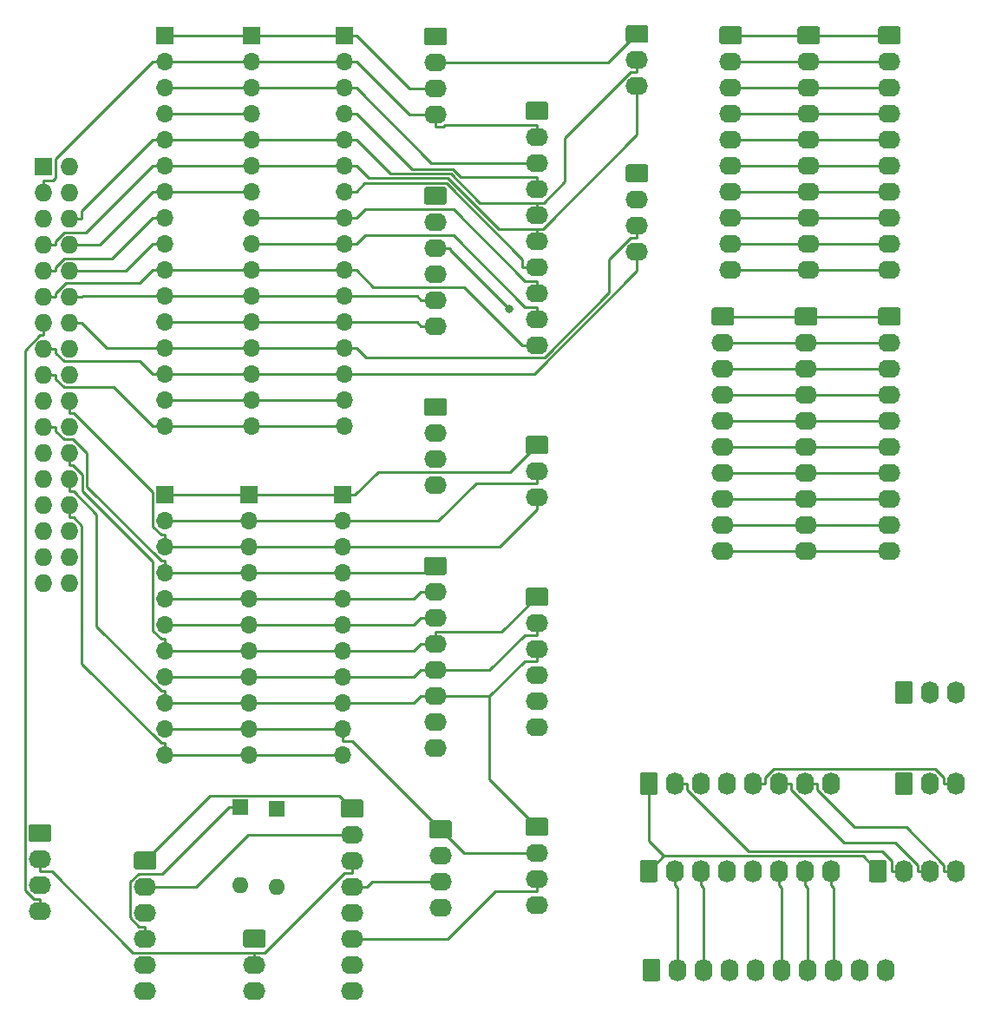
<source format=gbr>
G04 #@! TF.GenerationSoftware,KiCad,Pcbnew,(5.1.5-0-10_14)*
G04 #@! TF.CreationDate,2021-03-15T05:56:55+10:00*
G04 #@! TF.ProjectId,OH - Left Console - Input Distribution,4f48202d-204c-4656-9674-20436f6e736f,rev?*
G04 #@! TF.SameCoordinates,Original*
G04 #@! TF.FileFunction,Copper,L1,Top*
G04 #@! TF.FilePolarity,Positive*
%FSLAX46Y46*%
G04 Gerber Fmt 4.6, Leading zero omitted, Abs format (unit mm)*
G04 Created by KiCad (PCBNEW (5.1.5-0-10_14)) date 2021-03-15 05:56:55*
%MOMM*%
%LPD*%
G04 APERTURE LIST*
%ADD10O,2.200000X1.740000*%
%ADD11C,0.100000*%
%ADD12O,1.740000X2.200000*%
%ADD13O,1.727200X1.727200*%
%ADD14R,1.727200X1.727200*%
%ADD15O,1.700000X1.700000*%
%ADD16R,1.700000X1.700000*%
%ADD17O,1.600000X1.600000*%
%ADD18R,1.600000X1.600000*%
%ADD19C,0.800000*%
%ADD20C,0.250000*%
G04 APERTURE END LIST*
D10*
X203073000Y-62865000D03*
X203073000Y-60325000D03*
X203073000Y-57785000D03*
X203073000Y-55245000D03*
X203073000Y-52705000D03*
X203073000Y-50165000D03*
X203073000Y-47625000D03*
X203073000Y-45085000D03*
X203073000Y-42545000D03*
G04 #@! TA.AperFunction,ComponentPad*
D11*
G36*
X203947505Y-39136204D02*
G01*
X203971773Y-39139804D01*
X203995572Y-39145765D01*
X204018671Y-39154030D01*
X204040850Y-39164520D01*
X204061893Y-39177132D01*
X204081599Y-39191747D01*
X204099777Y-39208223D01*
X204116253Y-39226401D01*
X204130868Y-39246107D01*
X204143480Y-39267150D01*
X204153970Y-39289329D01*
X204162235Y-39312428D01*
X204168196Y-39336227D01*
X204171796Y-39360495D01*
X204173000Y-39384999D01*
X204173000Y-40625001D01*
X204171796Y-40649505D01*
X204168196Y-40673773D01*
X204162235Y-40697572D01*
X204153970Y-40720671D01*
X204143480Y-40742850D01*
X204130868Y-40763893D01*
X204116253Y-40783599D01*
X204099777Y-40801777D01*
X204081599Y-40818253D01*
X204061893Y-40832868D01*
X204040850Y-40845480D01*
X204018671Y-40855970D01*
X203995572Y-40864235D01*
X203971773Y-40870196D01*
X203947505Y-40873796D01*
X203923001Y-40875000D01*
X202222999Y-40875000D01*
X202198495Y-40873796D01*
X202174227Y-40870196D01*
X202150428Y-40864235D01*
X202127329Y-40855970D01*
X202105150Y-40845480D01*
X202084107Y-40832868D01*
X202064401Y-40818253D01*
X202046223Y-40801777D01*
X202029747Y-40783599D01*
X202015132Y-40763893D01*
X202002520Y-40742850D01*
X201992030Y-40720671D01*
X201983765Y-40697572D01*
X201977804Y-40673773D01*
X201974204Y-40649505D01*
X201973000Y-40625001D01*
X201973000Y-39384999D01*
X201974204Y-39360495D01*
X201977804Y-39336227D01*
X201983765Y-39312428D01*
X201992030Y-39289329D01*
X202002520Y-39267150D01*
X202015132Y-39246107D01*
X202029747Y-39226401D01*
X202046223Y-39208223D01*
X202064401Y-39191747D01*
X202084107Y-39177132D01*
X202105150Y-39164520D01*
X202127329Y-39154030D01*
X202150428Y-39145765D01*
X202174227Y-39139804D01*
X202198495Y-39136204D01*
X202222999Y-39135000D01*
X203923001Y-39135000D01*
X203947505Y-39136204D01*
G37*
G04 #@! TD.AperFunction*
D10*
X202311000Y-90297000D03*
X202311000Y-87757000D03*
X202311000Y-85217000D03*
X202311000Y-82677000D03*
X202311000Y-80137000D03*
X202311000Y-77597000D03*
X202311000Y-75057000D03*
X202311000Y-72517000D03*
X202311000Y-69977000D03*
G04 #@! TA.AperFunction,ComponentPad*
D11*
G36*
X203185505Y-66568204D02*
G01*
X203209773Y-66571804D01*
X203233572Y-66577765D01*
X203256671Y-66586030D01*
X203278850Y-66596520D01*
X203299893Y-66609132D01*
X203319599Y-66623747D01*
X203337777Y-66640223D01*
X203354253Y-66658401D01*
X203368868Y-66678107D01*
X203381480Y-66699150D01*
X203391970Y-66721329D01*
X203400235Y-66744428D01*
X203406196Y-66768227D01*
X203409796Y-66792495D01*
X203411000Y-66816999D01*
X203411000Y-68057001D01*
X203409796Y-68081505D01*
X203406196Y-68105773D01*
X203400235Y-68129572D01*
X203391970Y-68152671D01*
X203381480Y-68174850D01*
X203368868Y-68195893D01*
X203354253Y-68215599D01*
X203337777Y-68233777D01*
X203319599Y-68250253D01*
X203299893Y-68264868D01*
X203278850Y-68277480D01*
X203256671Y-68287970D01*
X203233572Y-68296235D01*
X203209773Y-68302196D01*
X203185505Y-68305796D01*
X203161001Y-68307000D01*
X201460999Y-68307000D01*
X201436495Y-68305796D01*
X201412227Y-68302196D01*
X201388428Y-68296235D01*
X201365329Y-68287970D01*
X201343150Y-68277480D01*
X201322107Y-68264868D01*
X201302401Y-68250253D01*
X201284223Y-68233777D01*
X201267747Y-68215599D01*
X201253132Y-68195893D01*
X201240520Y-68174850D01*
X201230030Y-68152671D01*
X201221765Y-68129572D01*
X201215804Y-68105773D01*
X201212204Y-68081505D01*
X201211000Y-68057001D01*
X201211000Y-66816999D01*
X201212204Y-66792495D01*
X201215804Y-66768227D01*
X201221765Y-66744428D01*
X201230030Y-66721329D01*
X201240520Y-66699150D01*
X201253132Y-66678107D01*
X201267747Y-66658401D01*
X201284223Y-66640223D01*
X201302401Y-66623747D01*
X201322107Y-66609132D01*
X201343150Y-66596520D01*
X201365329Y-66586030D01*
X201388428Y-66577765D01*
X201412227Y-66571804D01*
X201436495Y-66568204D01*
X201460999Y-66567000D01*
X203161001Y-66567000D01*
X203185505Y-66568204D01*
G37*
G04 #@! TD.AperFunction*
D10*
X210693000Y-62865000D03*
X210693000Y-60325000D03*
X210693000Y-57785000D03*
X210693000Y-55245000D03*
X210693000Y-52705000D03*
X210693000Y-50165000D03*
X210693000Y-47625000D03*
X210693000Y-45085000D03*
X210693000Y-42545000D03*
G04 #@! TA.AperFunction,ComponentPad*
D11*
G36*
X211567505Y-39136204D02*
G01*
X211591773Y-39139804D01*
X211615572Y-39145765D01*
X211638671Y-39154030D01*
X211660850Y-39164520D01*
X211681893Y-39177132D01*
X211701599Y-39191747D01*
X211719777Y-39208223D01*
X211736253Y-39226401D01*
X211750868Y-39246107D01*
X211763480Y-39267150D01*
X211773970Y-39289329D01*
X211782235Y-39312428D01*
X211788196Y-39336227D01*
X211791796Y-39360495D01*
X211793000Y-39384999D01*
X211793000Y-40625001D01*
X211791796Y-40649505D01*
X211788196Y-40673773D01*
X211782235Y-40697572D01*
X211773970Y-40720671D01*
X211763480Y-40742850D01*
X211750868Y-40763893D01*
X211736253Y-40783599D01*
X211719777Y-40801777D01*
X211701599Y-40818253D01*
X211681893Y-40832868D01*
X211660850Y-40845480D01*
X211638671Y-40855970D01*
X211615572Y-40864235D01*
X211591773Y-40870196D01*
X211567505Y-40873796D01*
X211543001Y-40875000D01*
X209842999Y-40875000D01*
X209818495Y-40873796D01*
X209794227Y-40870196D01*
X209770428Y-40864235D01*
X209747329Y-40855970D01*
X209725150Y-40845480D01*
X209704107Y-40832868D01*
X209684401Y-40818253D01*
X209666223Y-40801777D01*
X209649747Y-40783599D01*
X209635132Y-40763893D01*
X209622520Y-40742850D01*
X209612030Y-40720671D01*
X209603765Y-40697572D01*
X209597804Y-40673773D01*
X209594204Y-40649505D01*
X209593000Y-40625001D01*
X209593000Y-39384999D01*
X209594204Y-39360495D01*
X209597804Y-39336227D01*
X209603765Y-39312428D01*
X209612030Y-39289329D01*
X209622520Y-39267150D01*
X209635132Y-39246107D01*
X209649747Y-39226401D01*
X209666223Y-39208223D01*
X209684401Y-39191747D01*
X209704107Y-39177132D01*
X209725150Y-39164520D01*
X209747329Y-39154030D01*
X209770428Y-39145765D01*
X209794227Y-39139804D01*
X209818495Y-39136204D01*
X209842999Y-39135000D01*
X211543001Y-39135000D01*
X211567505Y-39136204D01*
G37*
G04 #@! TD.AperFunction*
D10*
X218567000Y-90297000D03*
X218567000Y-87757000D03*
X218567000Y-85217000D03*
X218567000Y-82677000D03*
X218567000Y-80137000D03*
X218567000Y-77597000D03*
X218567000Y-75057000D03*
X218567000Y-72517000D03*
X218567000Y-69977000D03*
G04 #@! TA.AperFunction,ComponentPad*
D11*
G36*
X219441505Y-66568204D02*
G01*
X219465773Y-66571804D01*
X219489572Y-66577765D01*
X219512671Y-66586030D01*
X219534850Y-66596520D01*
X219555893Y-66609132D01*
X219575599Y-66623747D01*
X219593777Y-66640223D01*
X219610253Y-66658401D01*
X219624868Y-66678107D01*
X219637480Y-66699150D01*
X219647970Y-66721329D01*
X219656235Y-66744428D01*
X219662196Y-66768227D01*
X219665796Y-66792495D01*
X219667000Y-66816999D01*
X219667000Y-68057001D01*
X219665796Y-68081505D01*
X219662196Y-68105773D01*
X219656235Y-68129572D01*
X219647970Y-68152671D01*
X219637480Y-68174850D01*
X219624868Y-68195893D01*
X219610253Y-68215599D01*
X219593777Y-68233777D01*
X219575599Y-68250253D01*
X219555893Y-68264868D01*
X219534850Y-68277480D01*
X219512671Y-68287970D01*
X219489572Y-68296235D01*
X219465773Y-68302196D01*
X219441505Y-68305796D01*
X219417001Y-68307000D01*
X217716999Y-68307000D01*
X217692495Y-68305796D01*
X217668227Y-68302196D01*
X217644428Y-68296235D01*
X217621329Y-68287970D01*
X217599150Y-68277480D01*
X217578107Y-68264868D01*
X217558401Y-68250253D01*
X217540223Y-68233777D01*
X217523747Y-68215599D01*
X217509132Y-68195893D01*
X217496520Y-68174850D01*
X217486030Y-68152671D01*
X217477765Y-68129572D01*
X217471804Y-68105773D01*
X217468204Y-68081505D01*
X217467000Y-68057001D01*
X217467000Y-66816999D01*
X217468204Y-66792495D01*
X217471804Y-66768227D01*
X217477765Y-66744428D01*
X217486030Y-66721329D01*
X217496520Y-66699150D01*
X217509132Y-66678107D01*
X217523747Y-66658401D01*
X217540223Y-66640223D01*
X217558401Y-66623747D01*
X217578107Y-66609132D01*
X217599150Y-66596520D01*
X217621329Y-66586030D01*
X217644428Y-66577765D01*
X217668227Y-66571804D01*
X217692495Y-66568204D01*
X217716999Y-66567000D01*
X219417001Y-66567000D01*
X219441505Y-66568204D01*
G37*
G04 #@! TD.AperFunction*
D10*
X218567000Y-62865000D03*
X218567000Y-60325000D03*
X218567000Y-57785000D03*
X218567000Y-55245000D03*
X218567000Y-52705000D03*
X218567000Y-50165000D03*
X218567000Y-47625000D03*
X218567000Y-45085000D03*
X218567000Y-42545000D03*
G04 #@! TA.AperFunction,ComponentPad*
D11*
G36*
X219441505Y-39136204D02*
G01*
X219465773Y-39139804D01*
X219489572Y-39145765D01*
X219512671Y-39154030D01*
X219534850Y-39164520D01*
X219555893Y-39177132D01*
X219575599Y-39191747D01*
X219593777Y-39208223D01*
X219610253Y-39226401D01*
X219624868Y-39246107D01*
X219637480Y-39267150D01*
X219647970Y-39289329D01*
X219656235Y-39312428D01*
X219662196Y-39336227D01*
X219665796Y-39360495D01*
X219667000Y-39384999D01*
X219667000Y-40625001D01*
X219665796Y-40649505D01*
X219662196Y-40673773D01*
X219656235Y-40697572D01*
X219647970Y-40720671D01*
X219637480Y-40742850D01*
X219624868Y-40763893D01*
X219610253Y-40783599D01*
X219593777Y-40801777D01*
X219575599Y-40818253D01*
X219555893Y-40832868D01*
X219534850Y-40845480D01*
X219512671Y-40855970D01*
X219489572Y-40864235D01*
X219465773Y-40870196D01*
X219441505Y-40873796D01*
X219417001Y-40875000D01*
X217716999Y-40875000D01*
X217692495Y-40873796D01*
X217668227Y-40870196D01*
X217644428Y-40864235D01*
X217621329Y-40855970D01*
X217599150Y-40845480D01*
X217578107Y-40832868D01*
X217558401Y-40818253D01*
X217540223Y-40801777D01*
X217523747Y-40783599D01*
X217509132Y-40763893D01*
X217496520Y-40742850D01*
X217486030Y-40720671D01*
X217477765Y-40697572D01*
X217471804Y-40673773D01*
X217468204Y-40649505D01*
X217467000Y-40625001D01*
X217467000Y-39384999D01*
X217468204Y-39360495D01*
X217471804Y-39336227D01*
X217477765Y-39312428D01*
X217486030Y-39289329D01*
X217496520Y-39267150D01*
X217509132Y-39246107D01*
X217523747Y-39226401D01*
X217540223Y-39208223D01*
X217558401Y-39191747D01*
X217578107Y-39177132D01*
X217599150Y-39164520D01*
X217621329Y-39154030D01*
X217644428Y-39145765D01*
X217668227Y-39139804D01*
X217692495Y-39136204D01*
X217716999Y-39135000D01*
X219417001Y-39135000D01*
X219441505Y-39136204D01*
G37*
G04 #@! TD.AperFunction*
D10*
X210439000Y-90297000D03*
X210439000Y-87757000D03*
X210439000Y-85217000D03*
X210439000Y-82677000D03*
X210439000Y-80137000D03*
X210439000Y-77597000D03*
X210439000Y-75057000D03*
X210439000Y-72517000D03*
X210439000Y-69977000D03*
G04 #@! TA.AperFunction,ComponentPad*
D11*
G36*
X211313505Y-66568204D02*
G01*
X211337773Y-66571804D01*
X211361572Y-66577765D01*
X211384671Y-66586030D01*
X211406850Y-66596520D01*
X211427893Y-66609132D01*
X211447599Y-66623747D01*
X211465777Y-66640223D01*
X211482253Y-66658401D01*
X211496868Y-66678107D01*
X211509480Y-66699150D01*
X211519970Y-66721329D01*
X211528235Y-66744428D01*
X211534196Y-66768227D01*
X211537796Y-66792495D01*
X211539000Y-66816999D01*
X211539000Y-68057001D01*
X211537796Y-68081505D01*
X211534196Y-68105773D01*
X211528235Y-68129572D01*
X211519970Y-68152671D01*
X211509480Y-68174850D01*
X211496868Y-68195893D01*
X211482253Y-68215599D01*
X211465777Y-68233777D01*
X211447599Y-68250253D01*
X211427893Y-68264868D01*
X211406850Y-68277480D01*
X211384671Y-68287970D01*
X211361572Y-68296235D01*
X211337773Y-68302196D01*
X211313505Y-68305796D01*
X211289001Y-68307000D01*
X209588999Y-68307000D01*
X209564495Y-68305796D01*
X209540227Y-68302196D01*
X209516428Y-68296235D01*
X209493329Y-68287970D01*
X209471150Y-68277480D01*
X209450107Y-68264868D01*
X209430401Y-68250253D01*
X209412223Y-68233777D01*
X209395747Y-68215599D01*
X209381132Y-68195893D01*
X209368520Y-68174850D01*
X209358030Y-68152671D01*
X209349765Y-68129572D01*
X209343804Y-68105773D01*
X209340204Y-68081505D01*
X209339000Y-68057001D01*
X209339000Y-66816999D01*
X209340204Y-66792495D01*
X209343804Y-66768227D01*
X209349765Y-66744428D01*
X209358030Y-66721329D01*
X209368520Y-66699150D01*
X209381132Y-66678107D01*
X209395747Y-66658401D01*
X209412223Y-66640223D01*
X209430401Y-66623747D01*
X209450107Y-66609132D01*
X209471150Y-66596520D01*
X209493329Y-66586030D01*
X209516428Y-66577765D01*
X209540227Y-66571804D01*
X209564495Y-66568204D01*
X209588999Y-66567000D01*
X211289001Y-66567000D01*
X211313505Y-66568204D01*
G37*
G04 #@! TD.AperFunction*
D10*
X174244000Y-47752000D03*
X174244000Y-45212000D03*
X174244000Y-42672000D03*
G04 #@! TA.AperFunction,ComponentPad*
D11*
G36*
X175118505Y-39263204D02*
G01*
X175142773Y-39266804D01*
X175166572Y-39272765D01*
X175189671Y-39281030D01*
X175211850Y-39291520D01*
X175232893Y-39304132D01*
X175252599Y-39318747D01*
X175270777Y-39335223D01*
X175287253Y-39353401D01*
X175301868Y-39373107D01*
X175314480Y-39394150D01*
X175324970Y-39416329D01*
X175333235Y-39439428D01*
X175339196Y-39463227D01*
X175342796Y-39487495D01*
X175344000Y-39511999D01*
X175344000Y-40752001D01*
X175342796Y-40776505D01*
X175339196Y-40800773D01*
X175333235Y-40824572D01*
X175324970Y-40847671D01*
X175314480Y-40869850D01*
X175301868Y-40890893D01*
X175287253Y-40910599D01*
X175270777Y-40928777D01*
X175252599Y-40945253D01*
X175232893Y-40959868D01*
X175211850Y-40972480D01*
X175189671Y-40982970D01*
X175166572Y-40991235D01*
X175142773Y-40997196D01*
X175118505Y-41000796D01*
X175094001Y-41002000D01*
X173393999Y-41002000D01*
X173369495Y-41000796D01*
X173345227Y-40997196D01*
X173321428Y-40991235D01*
X173298329Y-40982970D01*
X173276150Y-40972480D01*
X173255107Y-40959868D01*
X173235401Y-40945253D01*
X173217223Y-40928777D01*
X173200747Y-40910599D01*
X173186132Y-40890893D01*
X173173520Y-40869850D01*
X173163030Y-40847671D01*
X173154765Y-40824572D01*
X173148804Y-40800773D01*
X173145204Y-40776505D01*
X173144000Y-40752001D01*
X173144000Y-39511999D01*
X173145204Y-39487495D01*
X173148804Y-39463227D01*
X173154765Y-39439428D01*
X173163030Y-39416329D01*
X173173520Y-39394150D01*
X173186132Y-39373107D01*
X173200747Y-39353401D01*
X173217223Y-39335223D01*
X173235401Y-39318747D01*
X173255107Y-39304132D01*
X173276150Y-39291520D01*
X173298329Y-39281030D01*
X173321428Y-39272765D01*
X173345227Y-39266804D01*
X173369495Y-39263204D01*
X173393999Y-39262000D01*
X175094001Y-39262000D01*
X175118505Y-39263204D01*
G37*
G04 #@! TD.AperFunction*
D10*
X156591000Y-133223000D03*
X156591000Y-130683000D03*
G04 #@! TA.AperFunction,ComponentPad*
D11*
G36*
X157465505Y-127274204D02*
G01*
X157489773Y-127277804D01*
X157513572Y-127283765D01*
X157536671Y-127292030D01*
X157558850Y-127302520D01*
X157579893Y-127315132D01*
X157599599Y-127329747D01*
X157617777Y-127346223D01*
X157634253Y-127364401D01*
X157648868Y-127384107D01*
X157661480Y-127405150D01*
X157671970Y-127427329D01*
X157680235Y-127450428D01*
X157686196Y-127474227D01*
X157689796Y-127498495D01*
X157691000Y-127522999D01*
X157691000Y-128763001D01*
X157689796Y-128787505D01*
X157686196Y-128811773D01*
X157680235Y-128835572D01*
X157671970Y-128858671D01*
X157661480Y-128880850D01*
X157648868Y-128901893D01*
X157634253Y-128921599D01*
X157617777Y-128939777D01*
X157599599Y-128956253D01*
X157579893Y-128970868D01*
X157558850Y-128983480D01*
X157536671Y-128993970D01*
X157513572Y-129002235D01*
X157489773Y-129008196D01*
X157465505Y-129011796D01*
X157441001Y-129013000D01*
X155740999Y-129013000D01*
X155716495Y-129011796D01*
X155692227Y-129008196D01*
X155668428Y-129002235D01*
X155645329Y-128993970D01*
X155623150Y-128983480D01*
X155602107Y-128970868D01*
X155582401Y-128956253D01*
X155564223Y-128939777D01*
X155547747Y-128921599D01*
X155533132Y-128901893D01*
X155520520Y-128880850D01*
X155510030Y-128858671D01*
X155501765Y-128835572D01*
X155495804Y-128811773D01*
X155492204Y-128787505D01*
X155491000Y-128763001D01*
X155491000Y-127522999D01*
X155492204Y-127498495D01*
X155495804Y-127474227D01*
X155501765Y-127450428D01*
X155510030Y-127427329D01*
X155520520Y-127405150D01*
X155533132Y-127384107D01*
X155547747Y-127364401D01*
X155564223Y-127346223D01*
X155582401Y-127329747D01*
X155602107Y-127315132D01*
X155623150Y-127302520D01*
X155645329Y-127292030D01*
X155668428Y-127283765D01*
X155692227Y-127277804D01*
X155716495Y-127274204D01*
X155740999Y-127273000D01*
X157441001Y-127273000D01*
X157465505Y-127274204D01*
G37*
G04 #@! TD.AperFunction*
D12*
X225044000Y-113030000D03*
X222504000Y-113030000D03*
G04 #@! TA.AperFunction,ComponentPad*
D11*
G36*
X220608505Y-111931204D02*
G01*
X220632773Y-111934804D01*
X220656572Y-111940765D01*
X220679671Y-111949030D01*
X220701850Y-111959520D01*
X220722893Y-111972132D01*
X220742599Y-111986747D01*
X220760777Y-112003223D01*
X220777253Y-112021401D01*
X220791868Y-112041107D01*
X220804480Y-112062150D01*
X220814970Y-112084329D01*
X220823235Y-112107428D01*
X220829196Y-112131227D01*
X220832796Y-112155495D01*
X220834000Y-112179999D01*
X220834000Y-113880001D01*
X220832796Y-113904505D01*
X220829196Y-113928773D01*
X220823235Y-113952572D01*
X220814970Y-113975671D01*
X220804480Y-113997850D01*
X220791868Y-114018893D01*
X220777253Y-114038599D01*
X220760777Y-114056777D01*
X220742599Y-114073253D01*
X220722893Y-114087868D01*
X220701850Y-114100480D01*
X220679671Y-114110970D01*
X220656572Y-114119235D01*
X220632773Y-114125196D01*
X220608505Y-114128796D01*
X220584001Y-114130000D01*
X219343999Y-114130000D01*
X219319495Y-114128796D01*
X219295227Y-114125196D01*
X219271428Y-114119235D01*
X219248329Y-114110970D01*
X219226150Y-114100480D01*
X219205107Y-114087868D01*
X219185401Y-114073253D01*
X219167223Y-114056777D01*
X219150747Y-114038599D01*
X219136132Y-114018893D01*
X219123520Y-113997850D01*
X219113030Y-113975671D01*
X219104765Y-113952572D01*
X219098804Y-113928773D01*
X219095204Y-113904505D01*
X219094000Y-113880001D01*
X219094000Y-112179999D01*
X219095204Y-112155495D01*
X219098804Y-112131227D01*
X219104765Y-112107428D01*
X219113030Y-112084329D01*
X219123520Y-112062150D01*
X219136132Y-112041107D01*
X219150747Y-112021401D01*
X219167223Y-112003223D01*
X219185401Y-111986747D01*
X219205107Y-111972132D01*
X219226150Y-111959520D01*
X219248329Y-111949030D01*
X219271428Y-111940765D01*
X219295227Y-111934804D01*
X219319495Y-111931204D01*
X219343999Y-111930000D01*
X220584001Y-111930000D01*
X220608505Y-111931204D01*
G37*
G04 #@! TD.AperFunction*
D10*
X174752000Y-125095000D03*
X174752000Y-122555000D03*
X174752000Y-120015000D03*
G04 #@! TA.AperFunction,ComponentPad*
D11*
G36*
X175626505Y-116606204D02*
G01*
X175650773Y-116609804D01*
X175674572Y-116615765D01*
X175697671Y-116624030D01*
X175719850Y-116634520D01*
X175740893Y-116647132D01*
X175760599Y-116661747D01*
X175778777Y-116678223D01*
X175795253Y-116696401D01*
X175809868Y-116716107D01*
X175822480Y-116737150D01*
X175832970Y-116759329D01*
X175841235Y-116782428D01*
X175847196Y-116806227D01*
X175850796Y-116830495D01*
X175852000Y-116854999D01*
X175852000Y-118095001D01*
X175850796Y-118119505D01*
X175847196Y-118143773D01*
X175841235Y-118167572D01*
X175832970Y-118190671D01*
X175822480Y-118212850D01*
X175809868Y-118233893D01*
X175795253Y-118253599D01*
X175778777Y-118271777D01*
X175760599Y-118288253D01*
X175740893Y-118302868D01*
X175719850Y-118315480D01*
X175697671Y-118325970D01*
X175674572Y-118334235D01*
X175650773Y-118340196D01*
X175626505Y-118343796D01*
X175602001Y-118345000D01*
X173901999Y-118345000D01*
X173877495Y-118343796D01*
X173853227Y-118340196D01*
X173829428Y-118334235D01*
X173806329Y-118325970D01*
X173784150Y-118315480D01*
X173763107Y-118302868D01*
X173743401Y-118288253D01*
X173725223Y-118271777D01*
X173708747Y-118253599D01*
X173694132Y-118233893D01*
X173681520Y-118212850D01*
X173671030Y-118190671D01*
X173662765Y-118167572D01*
X173656804Y-118143773D01*
X173653204Y-118119505D01*
X173652000Y-118095001D01*
X173652000Y-116854999D01*
X173653204Y-116830495D01*
X173656804Y-116806227D01*
X173662765Y-116782428D01*
X173671030Y-116759329D01*
X173681520Y-116737150D01*
X173694132Y-116716107D01*
X173708747Y-116696401D01*
X173725223Y-116678223D01*
X173743401Y-116661747D01*
X173763107Y-116647132D01*
X173784150Y-116634520D01*
X173806329Y-116624030D01*
X173829428Y-116615765D01*
X173853227Y-116609804D01*
X173877495Y-116606204D01*
X173901999Y-116605000D01*
X175602001Y-116605000D01*
X175626505Y-116606204D01*
G37*
G04 #@! TD.AperFunction*
D10*
X184150000Y-124841000D03*
X184150000Y-122301000D03*
X184150000Y-119761000D03*
G04 #@! TA.AperFunction,ComponentPad*
D11*
G36*
X185024505Y-116352204D02*
G01*
X185048773Y-116355804D01*
X185072572Y-116361765D01*
X185095671Y-116370030D01*
X185117850Y-116380520D01*
X185138893Y-116393132D01*
X185158599Y-116407747D01*
X185176777Y-116424223D01*
X185193253Y-116442401D01*
X185207868Y-116462107D01*
X185220480Y-116483150D01*
X185230970Y-116505329D01*
X185239235Y-116528428D01*
X185245196Y-116552227D01*
X185248796Y-116576495D01*
X185250000Y-116600999D01*
X185250000Y-117841001D01*
X185248796Y-117865505D01*
X185245196Y-117889773D01*
X185239235Y-117913572D01*
X185230970Y-117936671D01*
X185220480Y-117958850D01*
X185207868Y-117979893D01*
X185193253Y-117999599D01*
X185176777Y-118017777D01*
X185158599Y-118034253D01*
X185138893Y-118048868D01*
X185117850Y-118061480D01*
X185095671Y-118071970D01*
X185072572Y-118080235D01*
X185048773Y-118086196D01*
X185024505Y-118089796D01*
X185000001Y-118091000D01*
X183299999Y-118091000D01*
X183275495Y-118089796D01*
X183251227Y-118086196D01*
X183227428Y-118080235D01*
X183204329Y-118071970D01*
X183182150Y-118061480D01*
X183161107Y-118048868D01*
X183141401Y-118034253D01*
X183123223Y-118017777D01*
X183106747Y-117999599D01*
X183092132Y-117979893D01*
X183079520Y-117958850D01*
X183069030Y-117936671D01*
X183060765Y-117913572D01*
X183054804Y-117889773D01*
X183051204Y-117865505D01*
X183050000Y-117841001D01*
X183050000Y-116600999D01*
X183051204Y-116576495D01*
X183054804Y-116552227D01*
X183060765Y-116528428D01*
X183069030Y-116505329D01*
X183079520Y-116483150D01*
X183092132Y-116462107D01*
X183106747Y-116442401D01*
X183123223Y-116424223D01*
X183141401Y-116407747D01*
X183161107Y-116393132D01*
X183182150Y-116380520D01*
X183204329Y-116370030D01*
X183227428Y-116361765D01*
X183251227Y-116355804D01*
X183275495Y-116352204D01*
X183299999Y-116351000D01*
X185000001Y-116351000D01*
X185024505Y-116352204D01*
G37*
G04 #@! TD.AperFunction*
D12*
X218186000Y-131191000D03*
X215646000Y-131191000D03*
X213106000Y-131191000D03*
X210566000Y-131191000D03*
X208026000Y-131191000D03*
X205486000Y-131191000D03*
X202946000Y-131191000D03*
X200406000Y-131191000D03*
X197866000Y-131191000D03*
G04 #@! TA.AperFunction,ComponentPad*
D11*
G36*
X195970505Y-130092204D02*
G01*
X195994773Y-130095804D01*
X196018572Y-130101765D01*
X196041671Y-130110030D01*
X196063850Y-130120520D01*
X196084893Y-130133132D01*
X196104599Y-130147747D01*
X196122777Y-130164223D01*
X196139253Y-130182401D01*
X196153868Y-130202107D01*
X196166480Y-130223150D01*
X196176970Y-130245329D01*
X196185235Y-130268428D01*
X196191196Y-130292227D01*
X196194796Y-130316495D01*
X196196000Y-130340999D01*
X196196000Y-132041001D01*
X196194796Y-132065505D01*
X196191196Y-132089773D01*
X196185235Y-132113572D01*
X196176970Y-132136671D01*
X196166480Y-132158850D01*
X196153868Y-132179893D01*
X196139253Y-132199599D01*
X196122777Y-132217777D01*
X196104599Y-132234253D01*
X196084893Y-132248868D01*
X196063850Y-132261480D01*
X196041671Y-132271970D01*
X196018572Y-132280235D01*
X195994773Y-132286196D01*
X195970505Y-132289796D01*
X195946001Y-132291000D01*
X194705999Y-132291000D01*
X194681495Y-132289796D01*
X194657227Y-132286196D01*
X194633428Y-132280235D01*
X194610329Y-132271970D01*
X194588150Y-132261480D01*
X194567107Y-132248868D01*
X194547401Y-132234253D01*
X194529223Y-132217777D01*
X194512747Y-132199599D01*
X194498132Y-132179893D01*
X194485520Y-132158850D01*
X194475030Y-132136671D01*
X194466765Y-132113572D01*
X194460804Y-132089773D01*
X194457204Y-132065505D01*
X194456000Y-132041001D01*
X194456000Y-130340999D01*
X194457204Y-130316495D01*
X194460804Y-130292227D01*
X194466765Y-130268428D01*
X194475030Y-130245329D01*
X194485520Y-130223150D01*
X194498132Y-130202107D01*
X194512747Y-130182401D01*
X194529223Y-130164223D01*
X194547401Y-130147747D01*
X194567107Y-130133132D01*
X194588150Y-130120520D01*
X194610329Y-130110030D01*
X194633428Y-130101765D01*
X194657227Y-130095804D01*
X194681495Y-130092204D01*
X194705999Y-130091000D01*
X195946001Y-130091000D01*
X195970505Y-130092204D01*
G37*
G04 #@! TD.AperFunction*
D10*
X184150000Y-85047700D03*
X184150000Y-82507700D03*
G04 #@! TA.AperFunction,ComponentPad*
D11*
G36*
X185024505Y-79098904D02*
G01*
X185048773Y-79102504D01*
X185072572Y-79108465D01*
X185095671Y-79116730D01*
X185117850Y-79127220D01*
X185138893Y-79139832D01*
X185158599Y-79154447D01*
X185176777Y-79170923D01*
X185193253Y-79189101D01*
X185207868Y-79208807D01*
X185220480Y-79229850D01*
X185230970Y-79252029D01*
X185239235Y-79275128D01*
X185245196Y-79298927D01*
X185248796Y-79323195D01*
X185250000Y-79347699D01*
X185250000Y-80587701D01*
X185248796Y-80612205D01*
X185245196Y-80636473D01*
X185239235Y-80660272D01*
X185230970Y-80683371D01*
X185220480Y-80705550D01*
X185207868Y-80726593D01*
X185193253Y-80746299D01*
X185176777Y-80764477D01*
X185158599Y-80780953D01*
X185138893Y-80795568D01*
X185117850Y-80808180D01*
X185095671Y-80818670D01*
X185072572Y-80826935D01*
X185048773Y-80832896D01*
X185024505Y-80836496D01*
X185000001Y-80837700D01*
X183299999Y-80837700D01*
X183275495Y-80836496D01*
X183251227Y-80832896D01*
X183227428Y-80826935D01*
X183204329Y-80818670D01*
X183182150Y-80808180D01*
X183161107Y-80795568D01*
X183141401Y-80780953D01*
X183123223Y-80764477D01*
X183106747Y-80746299D01*
X183092132Y-80726593D01*
X183079520Y-80705550D01*
X183069030Y-80683371D01*
X183060765Y-80660272D01*
X183054804Y-80636473D01*
X183051204Y-80612205D01*
X183050000Y-80587701D01*
X183050000Y-79347699D01*
X183051204Y-79323195D01*
X183054804Y-79298927D01*
X183060765Y-79275128D01*
X183069030Y-79252029D01*
X183079520Y-79229850D01*
X183092132Y-79208807D01*
X183106747Y-79189101D01*
X183123223Y-79170923D01*
X183141401Y-79154447D01*
X183161107Y-79139832D01*
X183182150Y-79127220D01*
X183204329Y-79116730D01*
X183227428Y-79108465D01*
X183251227Y-79102504D01*
X183275495Y-79098904D01*
X183299999Y-79097700D01*
X185000001Y-79097700D01*
X185024505Y-79098904D01*
G37*
G04 #@! TD.AperFunction*
D10*
X184150000Y-70231000D03*
X184150000Y-67691000D03*
X184150000Y-65151000D03*
X184150000Y-62611000D03*
X184150000Y-60071000D03*
X184150000Y-57531000D03*
X184150000Y-54991000D03*
X184150000Y-52451000D03*
X184150000Y-49911000D03*
G04 #@! TA.AperFunction,ComponentPad*
D11*
G36*
X185024505Y-46502204D02*
G01*
X185048773Y-46505804D01*
X185072572Y-46511765D01*
X185095671Y-46520030D01*
X185117850Y-46530520D01*
X185138893Y-46543132D01*
X185158599Y-46557747D01*
X185176777Y-46574223D01*
X185193253Y-46592401D01*
X185207868Y-46612107D01*
X185220480Y-46633150D01*
X185230970Y-46655329D01*
X185239235Y-46678428D01*
X185245196Y-46702227D01*
X185248796Y-46726495D01*
X185250000Y-46750999D01*
X185250000Y-47991001D01*
X185248796Y-48015505D01*
X185245196Y-48039773D01*
X185239235Y-48063572D01*
X185230970Y-48086671D01*
X185220480Y-48108850D01*
X185207868Y-48129893D01*
X185193253Y-48149599D01*
X185176777Y-48167777D01*
X185158599Y-48184253D01*
X185138893Y-48198868D01*
X185117850Y-48211480D01*
X185095671Y-48221970D01*
X185072572Y-48230235D01*
X185048773Y-48236196D01*
X185024505Y-48239796D01*
X185000001Y-48241000D01*
X183299999Y-48241000D01*
X183275495Y-48239796D01*
X183251227Y-48236196D01*
X183227428Y-48230235D01*
X183204329Y-48221970D01*
X183182150Y-48211480D01*
X183161107Y-48198868D01*
X183141401Y-48184253D01*
X183123223Y-48167777D01*
X183106747Y-48149599D01*
X183092132Y-48129893D01*
X183079520Y-48108850D01*
X183069030Y-48086671D01*
X183060765Y-48063572D01*
X183054804Y-48039773D01*
X183051204Y-48015505D01*
X183050000Y-47991001D01*
X183050000Y-46750999D01*
X183051204Y-46726495D01*
X183054804Y-46702227D01*
X183060765Y-46678428D01*
X183069030Y-46655329D01*
X183079520Y-46633150D01*
X183092132Y-46612107D01*
X183106747Y-46592401D01*
X183123223Y-46574223D01*
X183141401Y-46557747D01*
X183161107Y-46543132D01*
X183182150Y-46530520D01*
X183204329Y-46520030D01*
X183227428Y-46511765D01*
X183251227Y-46505804D01*
X183275495Y-46502204D01*
X183299999Y-46501000D01*
X185000001Y-46501000D01*
X185024505Y-46502204D01*
G37*
G04 #@! TD.AperFunction*
D12*
X225044000Y-104140000D03*
X222504000Y-104140000D03*
G04 #@! TA.AperFunction,ComponentPad*
D11*
G36*
X220608505Y-103041204D02*
G01*
X220632773Y-103044804D01*
X220656572Y-103050765D01*
X220679671Y-103059030D01*
X220701850Y-103069520D01*
X220722893Y-103082132D01*
X220742599Y-103096747D01*
X220760777Y-103113223D01*
X220777253Y-103131401D01*
X220791868Y-103151107D01*
X220804480Y-103172150D01*
X220814970Y-103194329D01*
X220823235Y-103217428D01*
X220829196Y-103241227D01*
X220832796Y-103265495D01*
X220834000Y-103289999D01*
X220834000Y-104990001D01*
X220832796Y-105014505D01*
X220829196Y-105038773D01*
X220823235Y-105062572D01*
X220814970Y-105085671D01*
X220804480Y-105107850D01*
X220791868Y-105128893D01*
X220777253Y-105148599D01*
X220760777Y-105166777D01*
X220742599Y-105183253D01*
X220722893Y-105197868D01*
X220701850Y-105210480D01*
X220679671Y-105220970D01*
X220656572Y-105229235D01*
X220632773Y-105235196D01*
X220608505Y-105238796D01*
X220584001Y-105240000D01*
X219343999Y-105240000D01*
X219319495Y-105238796D01*
X219295227Y-105235196D01*
X219271428Y-105229235D01*
X219248329Y-105220970D01*
X219226150Y-105210480D01*
X219205107Y-105197868D01*
X219185401Y-105183253D01*
X219167223Y-105166777D01*
X219150747Y-105148599D01*
X219136132Y-105128893D01*
X219123520Y-105107850D01*
X219113030Y-105085671D01*
X219104765Y-105062572D01*
X219098804Y-105038773D01*
X219095204Y-105014505D01*
X219094000Y-104990001D01*
X219094000Y-103289999D01*
X219095204Y-103265495D01*
X219098804Y-103241227D01*
X219104765Y-103217428D01*
X219113030Y-103194329D01*
X219123520Y-103172150D01*
X219136132Y-103151107D01*
X219150747Y-103131401D01*
X219167223Y-103113223D01*
X219185401Y-103096747D01*
X219205107Y-103082132D01*
X219226150Y-103069520D01*
X219248329Y-103059030D01*
X219271428Y-103050765D01*
X219295227Y-103044804D01*
X219319495Y-103041204D01*
X219343999Y-103040000D01*
X220584001Y-103040000D01*
X220608505Y-103041204D01*
G37*
G04 #@! TD.AperFunction*
D10*
X193929000Y-44958000D03*
X193929000Y-42418000D03*
G04 #@! TA.AperFunction,ComponentPad*
D11*
G36*
X194803505Y-39009204D02*
G01*
X194827773Y-39012804D01*
X194851572Y-39018765D01*
X194874671Y-39027030D01*
X194896850Y-39037520D01*
X194917893Y-39050132D01*
X194937599Y-39064747D01*
X194955777Y-39081223D01*
X194972253Y-39099401D01*
X194986868Y-39119107D01*
X194999480Y-39140150D01*
X195009970Y-39162329D01*
X195018235Y-39185428D01*
X195024196Y-39209227D01*
X195027796Y-39233495D01*
X195029000Y-39257999D01*
X195029000Y-40498001D01*
X195027796Y-40522505D01*
X195024196Y-40546773D01*
X195018235Y-40570572D01*
X195009970Y-40593671D01*
X194999480Y-40615850D01*
X194986868Y-40636893D01*
X194972253Y-40656599D01*
X194955777Y-40674777D01*
X194937599Y-40691253D01*
X194917893Y-40705868D01*
X194896850Y-40718480D01*
X194874671Y-40728970D01*
X194851572Y-40737235D01*
X194827773Y-40743196D01*
X194803505Y-40746796D01*
X194779001Y-40748000D01*
X193078999Y-40748000D01*
X193054495Y-40746796D01*
X193030227Y-40743196D01*
X193006428Y-40737235D01*
X192983329Y-40728970D01*
X192961150Y-40718480D01*
X192940107Y-40705868D01*
X192920401Y-40691253D01*
X192902223Y-40674777D01*
X192885747Y-40656599D01*
X192871132Y-40636893D01*
X192858520Y-40615850D01*
X192848030Y-40593671D01*
X192839765Y-40570572D01*
X192833804Y-40546773D01*
X192830204Y-40522505D01*
X192829000Y-40498001D01*
X192829000Y-39257999D01*
X192830204Y-39233495D01*
X192833804Y-39209227D01*
X192839765Y-39185428D01*
X192848030Y-39162329D01*
X192858520Y-39140150D01*
X192871132Y-39119107D01*
X192885747Y-39099401D01*
X192902223Y-39081223D01*
X192920401Y-39064747D01*
X192940107Y-39050132D01*
X192961150Y-39037520D01*
X192983329Y-39027030D01*
X193006428Y-39018765D01*
X193030227Y-39012804D01*
X193054495Y-39009204D01*
X193078999Y-39008000D01*
X194779001Y-39008000D01*
X194803505Y-39009204D01*
G37*
G04 #@! TD.AperFunction*
D10*
X193929000Y-61087000D03*
X193929000Y-58547000D03*
X193929000Y-56007000D03*
G04 #@! TA.AperFunction,ComponentPad*
D11*
G36*
X194803505Y-52598204D02*
G01*
X194827773Y-52601804D01*
X194851572Y-52607765D01*
X194874671Y-52616030D01*
X194896850Y-52626520D01*
X194917893Y-52639132D01*
X194937599Y-52653747D01*
X194955777Y-52670223D01*
X194972253Y-52688401D01*
X194986868Y-52708107D01*
X194999480Y-52729150D01*
X195009970Y-52751329D01*
X195018235Y-52774428D01*
X195024196Y-52798227D01*
X195027796Y-52822495D01*
X195029000Y-52846999D01*
X195029000Y-54087001D01*
X195027796Y-54111505D01*
X195024196Y-54135773D01*
X195018235Y-54159572D01*
X195009970Y-54182671D01*
X194999480Y-54204850D01*
X194986868Y-54225893D01*
X194972253Y-54245599D01*
X194955777Y-54263777D01*
X194937599Y-54280253D01*
X194917893Y-54294868D01*
X194896850Y-54307480D01*
X194874671Y-54317970D01*
X194851572Y-54326235D01*
X194827773Y-54332196D01*
X194803505Y-54335796D01*
X194779001Y-54337000D01*
X193078999Y-54337000D01*
X193054495Y-54335796D01*
X193030227Y-54332196D01*
X193006428Y-54326235D01*
X192983329Y-54317970D01*
X192961150Y-54307480D01*
X192940107Y-54294868D01*
X192920401Y-54280253D01*
X192902223Y-54263777D01*
X192885747Y-54245599D01*
X192871132Y-54225893D01*
X192858520Y-54204850D01*
X192848030Y-54182671D01*
X192839765Y-54159572D01*
X192833804Y-54135773D01*
X192830204Y-54111505D01*
X192829000Y-54087001D01*
X192829000Y-52846999D01*
X192830204Y-52822495D01*
X192833804Y-52798227D01*
X192839765Y-52774428D01*
X192848030Y-52751329D01*
X192858520Y-52729150D01*
X192871132Y-52708107D01*
X192885747Y-52688401D01*
X192902223Y-52670223D01*
X192920401Y-52653747D01*
X192940107Y-52639132D01*
X192961150Y-52626520D01*
X192983329Y-52616030D01*
X193006428Y-52607765D01*
X193030227Y-52601804D01*
X193054495Y-52598204D01*
X193078999Y-52597000D01*
X194779001Y-52597000D01*
X194803505Y-52598204D01*
G37*
G04 #@! TD.AperFunction*
D10*
X184150000Y-107484300D03*
X184150000Y-104944300D03*
X184150000Y-102404300D03*
X184150000Y-99864300D03*
X184150000Y-97324300D03*
G04 #@! TA.AperFunction,ComponentPad*
D11*
G36*
X185024505Y-93915504D02*
G01*
X185048773Y-93919104D01*
X185072572Y-93925065D01*
X185095671Y-93933330D01*
X185117850Y-93943820D01*
X185138893Y-93956432D01*
X185158599Y-93971047D01*
X185176777Y-93987523D01*
X185193253Y-94005701D01*
X185207868Y-94025407D01*
X185220480Y-94046450D01*
X185230970Y-94068629D01*
X185239235Y-94091728D01*
X185245196Y-94115527D01*
X185248796Y-94139795D01*
X185250000Y-94164299D01*
X185250000Y-95404301D01*
X185248796Y-95428805D01*
X185245196Y-95453073D01*
X185239235Y-95476872D01*
X185230970Y-95499971D01*
X185220480Y-95522150D01*
X185207868Y-95543193D01*
X185193253Y-95562899D01*
X185176777Y-95581077D01*
X185158599Y-95597553D01*
X185138893Y-95612168D01*
X185117850Y-95624780D01*
X185095671Y-95635270D01*
X185072572Y-95643535D01*
X185048773Y-95649496D01*
X185024505Y-95653096D01*
X185000001Y-95654300D01*
X183299999Y-95654300D01*
X183275495Y-95653096D01*
X183251227Y-95649496D01*
X183227428Y-95643535D01*
X183204329Y-95635270D01*
X183182150Y-95624780D01*
X183161107Y-95612168D01*
X183141401Y-95597553D01*
X183123223Y-95581077D01*
X183106747Y-95562899D01*
X183092132Y-95543193D01*
X183079520Y-95522150D01*
X183069030Y-95499971D01*
X183060765Y-95476872D01*
X183054804Y-95453073D01*
X183051204Y-95428805D01*
X183050000Y-95404301D01*
X183050000Y-94164299D01*
X183051204Y-94139795D01*
X183054804Y-94115527D01*
X183060765Y-94091728D01*
X183069030Y-94068629D01*
X183079520Y-94046450D01*
X183092132Y-94025407D01*
X183106747Y-94005701D01*
X183123223Y-93987523D01*
X183141401Y-93971047D01*
X183161107Y-93956432D01*
X183182150Y-93943820D01*
X183204329Y-93933330D01*
X183227428Y-93925065D01*
X183251227Y-93919104D01*
X183275495Y-93915504D01*
X183299999Y-93914300D01*
X185000001Y-93914300D01*
X185024505Y-93915504D01*
G37*
G04 #@! TD.AperFunction*
D10*
X145923000Y-133223000D03*
X145923000Y-130683000D03*
X145923000Y-128143000D03*
X145923000Y-125603000D03*
X145923000Y-123063000D03*
G04 #@! TA.AperFunction,ComponentPad*
D11*
G36*
X146797505Y-119654204D02*
G01*
X146821773Y-119657804D01*
X146845572Y-119663765D01*
X146868671Y-119672030D01*
X146890850Y-119682520D01*
X146911893Y-119695132D01*
X146931599Y-119709747D01*
X146949777Y-119726223D01*
X146966253Y-119744401D01*
X146980868Y-119764107D01*
X146993480Y-119785150D01*
X147003970Y-119807329D01*
X147012235Y-119830428D01*
X147018196Y-119854227D01*
X147021796Y-119878495D01*
X147023000Y-119902999D01*
X147023000Y-121143001D01*
X147021796Y-121167505D01*
X147018196Y-121191773D01*
X147012235Y-121215572D01*
X147003970Y-121238671D01*
X146993480Y-121260850D01*
X146980868Y-121281893D01*
X146966253Y-121301599D01*
X146949777Y-121319777D01*
X146931599Y-121336253D01*
X146911893Y-121350868D01*
X146890850Y-121363480D01*
X146868671Y-121373970D01*
X146845572Y-121382235D01*
X146821773Y-121388196D01*
X146797505Y-121391796D01*
X146773001Y-121393000D01*
X145072999Y-121393000D01*
X145048495Y-121391796D01*
X145024227Y-121388196D01*
X145000428Y-121382235D01*
X144977329Y-121373970D01*
X144955150Y-121363480D01*
X144934107Y-121350868D01*
X144914401Y-121336253D01*
X144896223Y-121319777D01*
X144879747Y-121301599D01*
X144865132Y-121281893D01*
X144852520Y-121260850D01*
X144842030Y-121238671D01*
X144833765Y-121215572D01*
X144827804Y-121191773D01*
X144824204Y-121167505D01*
X144823000Y-121143001D01*
X144823000Y-119902999D01*
X144824204Y-119878495D01*
X144827804Y-119854227D01*
X144833765Y-119830428D01*
X144842030Y-119807329D01*
X144852520Y-119785150D01*
X144865132Y-119764107D01*
X144879747Y-119744401D01*
X144896223Y-119726223D01*
X144914401Y-119709747D01*
X144934107Y-119695132D01*
X144955150Y-119682520D01*
X144977329Y-119672030D01*
X145000428Y-119663765D01*
X145024227Y-119657804D01*
X145048495Y-119654204D01*
X145072999Y-119653000D01*
X146773001Y-119653000D01*
X146797505Y-119654204D01*
G37*
G04 #@! TD.AperFunction*
D10*
X174244000Y-68357800D03*
X174244000Y-65817800D03*
X174244000Y-63277800D03*
X174244000Y-60737800D03*
X174244000Y-58197800D03*
G04 #@! TA.AperFunction,ComponentPad*
D11*
G36*
X175118505Y-54789004D02*
G01*
X175142773Y-54792604D01*
X175166572Y-54798565D01*
X175189671Y-54806830D01*
X175211850Y-54817320D01*
X175232893Y-54829932D01*
X175252599Y-54844547D01*
X175270777Y-54861023D01*
X175287253Y-54879201D01*
X175301868Y-54898907D01*
X175314480Y-54919950D01*
X175324970Y-54942129D01*
X175333235Y-54965228D01*
X175339196Y-54989027D01*
X175342796Y-55013295D01*
X175344000Y-55037799D01*
X175344000Y-56277801D01*
X175342796Y-56302305D01*
X175339196Y-56326573D01*
X175333235Y-56350372D01*
X175324970Y-56373471D01*
X175314480Y-56395650D01*
X175301868Y-56416693D01*
X175287253Y-56436399D01*
X175270777Y-56454577D01*
X175252599Y-56471053D01*
X175232893Y-56485668D01*
X175211850Y-56498280D01*
X175189671Y-56508770D01*
X175166572Y-56517035D01*
X175142773Y-56522996D01*
X175118505Y-56526596D01*
X175094001Y-56527800D01*
X173393999Y-56527800D01*
X173369495Y-56526596D01*
X173345227Y-56522996D01*
X173321428Y-56517035D01*
X173298329Y-56508770D01*
X173276150Y-56498280D01*
X173255107Y-56485668D01*
X173235401Y-56471053D01*
X173217223Y-56454577D01*
X173200747Y-56436399D01*
X173186132Y-56416693D01*
X173173520Y-56395650D01*
X173163030Y-56373471D01*
X173154765Y-56350372D01*
X173148804Y-56326573D01*
X173145204Y-56302305D01*
X173144000Y-56277801D01*
X173144000Y-55037799D01*
X173145204Y-55013295D01*
X173148804Y-54989027D01*
X173154765Y-54965228D01*
X173163030Y-54942129D01*
X173173520Y-54919950D01*
X173186132Y-54898907D01*
X173200747Y-54879201D01*
X173217223Y-54861023D01*
X173235401Y-54844547D01*
X173255107Y-54829932D01*
X173276150Y-54817320D01*
X173298329Y-54806830D01*
X173321428Y-54798565D01*
X173345227Y-54792604D01*
X173369495Y-54789004D01*
X173393999Y-54787800D01*
X175094001Y-54787800D01*
X175118505Y-54789004D01*
G37*
G04 #@! TD.AperFunction*
D10*
X166116000Y-133223000D03*
X166116000Y-130683000D03*
X166116000Y-128143000D03*
X166116000Y-125603000D03*
X166116000Y-123063000D03*
X166116000Y-120523000D03*
X166116000Y-117983000D03*
G04 #@! TA.AperFunction,ComponentPad*
D11*
G36*
X166990505Y-114574204D02*
G01*
X167014773Y-114577804D01*
X167038572Y-114583765D01*
X167061671Y-114592030D01*
X167083850Y-114602520D01*
X167104893Y-114615132D01*
X167124599Y-114629747D01*
X167142777Y-114646223D01*
X167159253Y-114664401D01*
X167173868Y-114684107D01*
X167186480Y-114705150D01*
X167196970Y-114727329D01*
X167205235Y-114750428D01*
X167211196Y-114774227D01*
X167214796Y-114798495D01*
X167216000Y-114822999D01*
X167216000Y-116063001D01*
X167214796Y-116087505D01*
X167211196Y-116111773D01*
X167205235Y-116135572D01*
X167196970Y-116158671D01*
X167186480Y-116180850D01*
X167173868Y-116201893D01*
X167159253Y-116221599D01*
X167142777Y-116239777D01*
X167124599Y-116256253D01*
X167104893Y-116270868D01*
X167083850Y-116283480D01*
X167061671Y-116293970D01*
X167038572Y-116302235D01*
X167014773Y-116308196D01*
X166990505Y-116311796D01*
X166966001Y-116313000D01*
X165265999Y-116313000D01*
X165241495Y-116311796D01*
X165217227Y-116308196D01*
X165193428Y-116302235D01*
X165170329Y-116293970D01*
X165148150Y-116283480D01*
X165127107Y-116270868D01*
X165107401Y-116256253D01*
X165089223Y-116239777D01*
X165072747Y-116221599D01*
X165058132Y-116201893D01*
X165045520Y-116180850D01*
X165035030Y-116158671D01*
X165026765Y-116135572D01*
X165020804Y-116111773D01*
X165017204Y-116087505D01*
X165016000Y-116063001D01*
X165016000Y-114822999D01*
X165017204Y-114798495D01*
X165020804Y-114774227D01*
X165026765Y-114750428D01*
X165035030Y-114727329D01*
X165045520Y-114705150D01*
X165058132Y-114684107D01*
X165072747Y-114664401D01*
X165089223Y-114646223D01*
X165107401Y-114629747D01*
X165127107Y-114615132D01*
X165148150Y-114602520D01*
X165170329Y-114592030D01*
X165193428Y-114583765D01*
X165217227Y-114577804D01*
X165241495Y-114574204D01*
X165265999Y-114573000D01*
X166966001Y-114573000D01*
X166990505Y-114574204D01*
G37*
G04 #@! TD.AperFunction*
D10*
X135636000Y-125476000D03*
X135636000Y-122936000D03*
X135636000Y-120396000D03*
G04 #@! TA.AperFunction,ComponentPad*
D11*
G36*
X136510505Y-116987204D02*
G01*
X136534773Y-116990804D01*
X136558572Y-116996765D01*
X136581671Y-117005030D01*
X136603850Y-117015520D01*
X136624893Y-117028132D01*
X136644599Y-117042747D01*
X136662777Y-117059223D01*
X136679253Y-117077401D01*
X136693868Y-117097107D01*
X136706480Y-117118150D01*
X136716970Y-117140329D01*
X136725235Y-117163428D01*
X136731196Y-117187227D01*
X136734796Y-117211495D01*
X136736000Y-117235999D01*
X136736000Y-118476001D01*
X136734796Y-118500505D01*
X136731196Y-118524773D01*
X136725235Y-118548572D01*
X136716970Y-118571671D01*
X136706480Y-118593850D01*
X136693868Y-118614893D01*
X136679253Y-118634599D01*
X136662777Y-118652777D01*
X136644599Y-118669253D01*
X136624893Y-118683868D01*
X136603850Y-118696480D01*
X136581671Y-118706970D01*
X136558572Y-118715235D01*
X136534773Y-118721196D01*
X136510505Y-118724796D01*
X136486001Y-118726000D01*
X134785999Y-118726000D01*
X134761495Y-118724796D01*
X134737227Y-118721196D01*
X134713428Y-118715235D01*
X134690329Y-118706970D01*
X134668150Y-118696480D01*
X134647107Y-118683868D01*
X134627401Y-118669253D01*
X134609223Y-118652777D01*
X134592747Y-118634599D01*
X134578132Y-118614893D01*
X134565520Y-118593850D01*
X134555030Y-118571671D01*
X134546765Y-118548572D01*
X134540804Y-118524773D01*
X134537204Y-118500505D01*
X134536000Y-118476001D01*
X134536000Y-117235999D01*
X134537204Y-117211495D01*
X134540804Y-117187227D01*
X134546765Y-117163428D01*
X134555030Y-117140329D01*
X134565520Y-117118150D01*
X134578132Y-117097107D01*
X134592747Y-117077401D01*
X134609223Y-117059223D01*
X134627401Y-117042747D01*
X134647107Y-117028132D01*
X134668150Y-117015520D01*
X134690329Y-117005030D01*
X134713428Y-116996765D01*
X134737227Y-116990804D01*
X134761495Y-116987204D01*
X134785999Y-116986000D01*
X136486001Y-116986000D01*
X136510505Y-116987204D01*
G37*
G04 #@! TD.AperFunction*
D13*
X138557000Y-93472000D03*
X136017000Y-93472000D03*
X138557000Y-90932000D03*
X136017000Y-90932000D03*
X138557000Y-88392000D03*
X136017000Y-88392000D03*
X138557000Y-85852000D03*
X136017000Y-85852000D03*
X138557000Y-83312000D03*
X136017000Y-83312000D03*
X138557000Y-80772000D03*
X136017000Y-80772000D03*
X138557000Y-78232000D03*
X136017000Y-78232000D03*
X138557000Y-75692000D03*
X136017000Y-75692000D03*
X138557000Y-73152000D03*
X136017000Y-73152000D03*
X138557000Y-70612000D03*
X136017000Y-70612000D03*
X138557000Y-68072000D03*
X136017000Y-68072000D03*
X138557000Y-65532000D03*
X136017000Y-65532000D03*
X138557000Y-62992000D03*
X136017000Y-62992000D03*
X138557000Y-60452000D03*
X136017000Y-60452000D03*
X138557000Y-57912000D03*
X136017000Y-57912000D03*
X138557000Y-55372000D03*
X136017000Y-55372000D03*
X138557000Y-52832000D03*
D14*
X136017000Y-52832000D03*
D12*
X212852000Y-121539000D03*
X210312000Y-121539000D03*
X207772000Y-121539000D03*
X205232000Y-121539000D03*
X202692000Y-121539000D03*
X200152000Y-121539000D03*
X197612000Y-121539000D03*
G04 #@! TA.AperFunction,ComponentPad*
D11*
G36*
X195716505Y-120440204D02*
G01*
X195740773Y-120443804D01*
X195764572Y-120449765D01*
X195787671Y-120458030D01*
X195809850Y-120468520D01*
X195830893Y-120481132D01*
X195850599Y-120495747D01*
X195868777Y-120512223D01*
X195885253Y-120530401D01*
X195899868Y-120550107D01*
X195912480Y-120571150D01*
X195922970Y-120593329D01*
X195931235Y-120616428D01*
X195937196Y-120640227D01*
X195940796Y-120664495D01*
X195942000Y-120688999D01*
X195942000Y-122389001D01*
X195940796Y-122413505D01*
X195937196Y-122437773D01*
X195931235Y-122461572D01*
X195922970Y-122484671D01*
X195912480Y-122506850D01*
X195899868Y-122527893D01*
X195885253Y-122547599D01*
X195868777Y-122565777D01*
X195850599Y-122582253D01*
X195830893Y-122596868D01*
X195809850Y-122609480D01*
X195787671Y-122619970D01*
X195764572Y-122628235D01*
X195740773Y-122634196D01*
X195716505Y-122637796D01*
X195692001Y-122639000D01*
X194451999Y-122639000D01*
X194427495Y-122637796D01*
X194403227Y-122634196D01*
X194379428Y-122628235D01*
X194356329Y-122619970D01*
X194334150Y-122609480D01*
X194313107Y-122596868D01*
X194293401Y-122582253D01*
X194275223Y-122565777D01*
X194258747Y-122547599D01*
X194244132Y-122527893D01*
X194231520Y-122506850D01*
X194221030Y-122484671D01*
X194212765Y-122461572D01*
X194206804Y-122437773D01*
X194203204Y-122413505D01*
X194202000Y-122389001D01*
X194202000Y-120688999D01*
X194203204Y-120664495D01*
X194206804Y-120640227D01*
X194212765Y-120616428D01*
X194221030Y-120593329D01*
X194231520Y-120571150D01*
X194244132Y-120550107D01*
X194258747Y-120530401D01*
X194275223Y-120512223D01*
X194293401Y-120495747D01*
X194313107Y-120481132D01*
X194334150Y-120468520D01*
X194356329Y-120458030D01*
X194379428Y-120449765D01*
X194403227Y-120443804D01*
X194427495Y-120440204D01*
X194451999Y-120439000D01*
X195692001Y-120439000D01*
X195716505Y-120440204D01*
G37*
G04 #@! TD.AperFunction*
D12*
X212852000Y-113030000D03*
X210312000Y-113030000D03*
X207772000Y-113030000D03*
X205232000Y-113030000D03*
X202692000Y-113030000D03*
X200152000Y-113030000D03*
X197612000Y-113030000D03*
G04 #@! TA.AperFunction,ComponentPad*
D11*
G36*
X195716505Y-111931204D02*
G01*
X195740773Y-111934804D01*
X195764572Y-111940765D01*
X195787671Y-111949030D01*
X195809850Y-111959520D01*
X195830893Y-111972132D01*
X195850599Y-111986747D01*
X195868777Y-112003223D01*
X195885253Y-112021401D01*
X195899868Y-112041107D01*
X195912480Y-112062150D01*
X195922970Y-112084329D01*
X195931235Y-112107428D01*
X195937196Y-112131227D01*
X195940796Y-112155495D01*
X195942000Y-112179999D01*
X195942000Y-113880001D01*
X195940796Y-113904505D01*
X195937196Y-113928773D01*
X195931235Y-113952572D01*
X195922970Y-113975671D01*
X195912480Y-113997850D01*
X195899868Y-114018893D01*
X195885253Y-114038599D01*
X195868777Y-114056777D01*
X195850599Y-114073253D01*
X195830893Y-114087868D01*
X195809850Y-114100480D01*
X195787671Y-114110970D01*
X195764572Y-114119235D01*
X195740773Y-114125196D01*
X195716505Y-114128796D01*
X195692001Y-114130000D01*
X194451999Y-114130000D01*
X194427495Y-114128796D01*
X194403227Y-114125196D01*
X194379428Y-114119235D01*
X194356329Y-114110970D01*
X194334150Y-114100480D01*
X194313107Y-114087868D01*
X194293401Y-114073253D01*
X194275223Y-114056777D01*
X194258747Y-114038599D01*
X194244132Y-114018893D01*
X194231520Y-113997850D01*
X194221030Y-113975671D01*
X194212765Y-113952572D01*
X194206804Y-113928773D01*
X194203204Y-113904505D01*
X194202000Y-113880001D01*
X194202000Y-112179999D01*
X194203204Y-112155495D01*
X194206804Y-112131227D01*
X194212765Y-112107428D01*
X194221030Y-112084329D01*
X194231520Y-112062150D01*
X194244132Y-112041107D01*
X194258747Y-112021401D01*
X194275223Y-112003223D01*
X194293401Y-111986747D01*
X194313107Y-111972132D01*
X194334150Y-111959520D01*
X194356329Y-111949030D01*
X194379428Y-111940765D01*
X194403227Y-111934804D01*
X194427495Y-111931204D01*
X194451999Y-111930000D01*
X195692001Y-111930000D01*
X195716505Y-111931204D01*
G37*
G04 #@! TD.AperFunction*
D15*
X147828000Y-78135000D03*
X147828000Y-75595000D03*
X147828000Y-73055000D03*
X147828000Y-70515000D03*
X147828000Y-67975000D03*
X147828000Y-65435000D03*
X147828000Y-62895000D03*
X147828000Y-60355000D03*
X147828000Y-57815000D03*
X147828000Y-55275000D03*
X147828000Y-52735000D03*
X147828000Y-50195000D03*
X147828000Y-47655000D03*
X147828000Y-45115000D03*
X147828000Y-42575000D03*
D16*
X147828000Y-40035000D03*
D15*
X147828000Y-110236000D03*
X147828000Y-107696000D03*
X147828000Y-105156000D03*
X147828000Y-102616000D03*
X147828000Y-100076000D03*
X147828000Y-97536000D03*
X147828000Y-94996000D03*
X147828000Y-92456000D03*
X147828000Y-89916000D03*
X147828000Y-87376000D03*
D16*
X147828000Y-84836000D03*
D15*
X165227000Y-110236000D03*
X165227000Y-107696000D03*
X165227000Y-105156000D03*
X165227000Y-102616000D03*
X165227000Y-100076000D03*
X165227000Y-97536000D03*
X165227000Y-94996000D03*
X165227000Y-92456000D03*
X165227000Y-89916000D03*
X165227000Y-87376000D03*
D16*
X165227000Y-84836000D03*
D15*
X165354000Y-78135000D03*
X165354000Y-75595000D03*
X165354000Y-73055000D03*
X165354000Y-70515000D03*
X165354000Y-67975000D03*
X165354000Y-65435000D03*
X165354000Y-62895000D03*
X165354000Y-60355000D03*
X165354000Y-57815000D03*
X165354000Y-55275000D03*
X165354000Y-52735000D03*
X165354000Y-50195000D03*
X165354000Y-47655000D03*
X165354000Y-45115000D03*
X165354000Y-42575000D03*
D16*
X165354000Y-40035000D03*
D15*
X156083000Y-110236000D03*
X156083000Y-107696000D03*
X156083000Y-105156000D03*
X156083000Y-102616000D03*
X156083000Y-100076000D03*
X156083000Y-97536000D03*
X156083000Y-94996000D03*
X156083000Y-92456000D03*
X156083000Y-89916000D03*
X156083000Y-87376000D03*
D16*
X156083000Y-84836000D03*
D15*
X156337000Y-78135000D03*
X156337000Y-75595000D03*
X156337000Y-73055000D03*
X156337000Y-70515000D03*
X156337000Y-67975000D03*
X156337000Y-65435000D03*
X156337000Y-62895000D03*
X156337000Y-60355000D03*
X156337000Y-57815000D03*
X156337000Y-55275000D03*
X156337000Y-52735000D03*
X156337000Y-50195000D03*
X156337000Y-47655000D03*
X156337000Y-45115000D03*
X156337000Y-42575000D03*
D16*
X156337000Y-40035000D03*
D10*
X174244000Y-83883500D03*
X174244000Y-81343500D03*
X174244000Y-78803500D03*
G04 #@! TA.AperFunction,ComponentPad*
D11*
G36*
X175118505Y-75394704D02*
G01*
X175142773Y-75398304D01*
X175166572Y-75404265D01*
X175189671Y-75412530D01*
X175211850Y-75423020D01*
X175232893Y-75435632D01*
X175252599Y-75450247D01*
X175270777Y-75466723D01*
X175287253Y-75484901D01*
X175301868Y-75504607D01*
X175314480Y-75525650D01*
X175324970Y-75547829D01*
X175333235Y-75570928D01*
X175339196Y-75594727D01*
X175342796Y-75618995D01*
X175344000Y-75643499D01*
X175344000Y-76883501D01*
X175342796Y-76908005D01*
X175339196Y-76932273D01*
X175333235Y-76956072D01*
X175324970Y-76979171D01*
X175314480Y-77001350D01*
X175301868Y-77022393D01*
X175287253Y-77042099D01*
X175270777Y-77060277D01*
X175252599Y-77076753D01*
X175232893Y-77091368D01*
X175211850Y-77103980D01*
X175189671Y-77114470D01*
X175166572Y-77122735D01*
X175142773Y-77128696D01*
X175118505Y-77132296D01*
X175094001Y-77133500D01*
X173393999Y-77133500D01*
X173369495Y-77132296D01*
X173345227Y-77128696D01*
X173321428Y-77122735D01*
X173298329Y-77114470D01*
X173276150Y-77103980D01*
X173255107Y-77091368D01*
X173235401Y-77076753D01*
X173217223Y-77060277D01*
X173200747Y-77042099D01*
X173186132Y-77022393D01*
X173173520Y-77001350D01*
X173163030Y-76979171D01*
X173154765Y-76956072D01*
X173148804Y-76932273D01*
X173145204Y-76908005D01*
X173144000Y-76883501D01*
X173144000Y-75643499D01*
X173145204Y-75618995D01*
X173148804Y-75594727D01*
X173154765Y-75570928D01*
X173163030Y-75547829D01*
X173173520Y-75525650D01*
X173186132Y-75504607D01*
X173200747Y-75484901D01*
X173217223Y-75466723D01*
X173235401Y-75450247D01*
X173255107Y-75435632D01*
X173276150Y-75423020D01*
X173298329Y-75412530D01*
X173321428Y-75404265D01*
X173345227Y-75398304D01*
X173369495Y-75394704D01*
X173393999Y-75393500D01*
X175094001Y-75393500D01*
X175118505Y-75394704D01*
G37*
G04 #@! TD.AperFunction*
D10*
X174244000Y-109569200D03*
X174244000Y-107029200D03*
X174244000Y-104489200D03*
X174244000Y-101949200D03*
X174244000Y-99409200D03*
X174244000Y-96869200D03*
X174244000Y-94329200D03*
G04 #@! TA.AperFunction,ComponentPad*
D11*
G36*
X175118505Y-90920404D02*
G01*
X175142773Y-90924004D01*
X175166572Y-90929965D01*
X175189671Y-90938230D01*
X175211850Y-90948720D01*
X175232893Y-90961332D01*
X175252599Y-90975947D01*
X175270777Y-90992423D01*
X175287253Y-91010601D01*
X175301868Y-91030307D01*
X175314480Y-91051350D01*
X175324970Y-91073529D01*
X175333235Y-91096628D01*
X175339196Y-91120427D01*
X175342796Y-91144695D01*
X175344000Y-91169199D01*
X175344000Y-92409201D01*
X175342796Y-92433705D01*
X175339196Y-92457973D01*
X175333235Y-92481772D01*
X175324970Y-92504871D01*
X175314480Y-92527050D01*
X175301868Y-92548093D01*
X175287253Y-92567799D01*
X175270777Y-92585977D01*
X175252599Y-92602453D01*
X175232893Y-92617068D01*
X175211850Y-92629680D01*
X175189671Y-92640170D01*
X175166572Y-92648435D01*
X175142773Y-92654396D01*
X175118505Y-92657996D01*
X175094001Y-92659200D01*
X173393999Y-92659200D01*
X173369495Y-92657996D01*
X173345227Y-92654396D01*
X173321428Y-92648435D01*
X173298329Y-92640170D01*
X173276150Y-92629680D01*
X173255107Y-92617068D01*
X173235401Y-92602453D01*
X173217223Y-92585977D01*
X173200747Y-92567799D01*
X173186132Y-92548093D01*
X173173520Y-92527050D01*
X173163030Y-92504871D01*
X173154765Y-92481772D01*
X173148804Y-92457973D01*
X173145204Y-92433705D01*
X173144000Y-92409201D01*
X173144000Y-91169199D01*
X173145204Y-91144695D01*
X173148804Y-91120427D01*
X173154765Y-91096628D01*
X173163030Y-91073529D01*
X173173520Y-91051350D01*
X173186132Y-91030307D01*
X173200747Y-91010601D01*
X173217223Y-90992423D01*
X173235401Y-90975947D01*
X173255107Y-90961332D01*
X173276150Y-90948720D01*
X173298329Y-90938230D01*
X173321428Y-90929965D01*
X173345227Y-90924004D01*
X173369495Y-90920404D01*
X173393999Y-90919200D01*
X175094001Y-90919200D01*
X175118505Y-90920404D01*
G37*
G04 #@! TD.AperFunction*
D17*
X155194000Y-122936000D03*
D18*
X155194000Y-115316000D03*
D17*
X158750000Y-123063000D03*
D18*
X158750000Y-115443000D03*
D12*
X225044000Y-121539000D03*
X222504000Y-121539000D03*
X219964000Y-121539000D03*
G04 #@! TA.AperFunction,ComponentPad*
D11*
G36*
X218068505Y-120440204D02*
G01*
X218092773Y-120443804D01*
X218116572Y-120449765D01*
X218139671Y-120458030D01*
X218161850Y-120468520D01*
X218182893Y-120481132D01*
X218202599Y-120495747D01*
X218220777Y-120512223D01*
X218237253Y-120530401D01*
X218251868Y-120550107D01*
X218264480Y-120571150D01*
X218274970Y-120593329D01*
X218283235Y-120616428D01*
X218289196Y-120640227D01*
X218292796Y-120664495D01*
X218294000Y-120688999D01*
X218294000Y-122389001D01*
X218292796Y-122413505D01*
X218289196Y-122437773D01*
X218283235Y-122461572D01*
X218274970Y-122484671D01*
X218264480Y-122506850D01*
X218251868Y-122527893D01*
X218237253Y-122547599D01*
X218220777Y-122565777D01*
X218202599Y-122582253D01*
X218182893Y-122596868D01*
X218161850Y-122609480D01*
X218139671Y-122619970D01*
X218116572Y-122628235D01*
X218092773Y-122634196D01*
X218068505Y-122637796D01*
X218044001Y-122639000D01*
X216803999Y-122639000D01*
X216779495Y-122637796D01*
X216755227Y-122634196D01*
X216731428Y-122628235D01*
X216708329Y-122619970D01*
X216686150Y-122609480D01*
X216665107Y-122596868D01*
X216645401Y-122582253D01*
X216627223Y-122565777D01*
X216610747Y-122547599D01*
X216596132Y-122527893D01*
X216583520Y-122506850D01*
X216573030Y-122484671D01*
X216564765Y-122461572D01*
X216558804Y-122437773D01*
X216555204Y-122413505D01*
X216554000Y-122389001D01*
X216554000Y-120688999D01*
X216555204Y-120664495D01*
X216558804Y-120640227D01*
X216564765Y-120616428D01*
X216573030Y-120593329D01*
X216583520Y-120571150D01*
X216596132Y-120550107D01*
X216610747Y-120530401D01*
X216627223Y-120512223D01*
X216645401Y-120495747D01*
X216665107Y-120481132D01*
X216686150Y-120468520D01*
X216708329Y-120458030D01*
X216731428Y-120449765D01*
X216755227Y-120443804D01*
X216779495Y-120440204D01*
X216803999Y-120439000D01*
X218044001Y-120439000D01*
X218068505Y-120440204D01*
G37*
G04 #@! TD.AperFunction*
D19*
X181429500Y-66716900D03*
D20*
X225044000Y-121539000D02*
X223848700Y-121539000D01*
X210312000Y-113030000D02*
X211507300Y-113030000D01*
X211507300Y-113030000D02*
X211507300Y-113627600D01*
X211507300Y-113627600D02*
X215164200Y-117284500D01*
X215164200Y-117284500D02*
X220191800Y-117284500D01*
X220191800Y-117284500D02*
X223848700Y-120941400D01*
X223848700Y-120941400D02*
X223848700Y-121539000D01*
X222504000Y-121539000D02*
X221308700Y-121539000D01*
X207772000Y-113030000D02*
X208967300Y-113030000D01*
X208967300Y-113030000D02*
X208967300Y-113627600D01*
X208967300Y-113627600D02*
X214104600Y-118764900D01*
X214104600Y-118764900D02*
X219132200Y-118764900D01*
X219132200Y-118764900D02*
X221308700Y-120941400D01*
X221308700Y-120941400D02*
X221308700Y-121539000D01*
X197612000Y-121539000D02*
X197612000Y-122964300D01*
X197612000Y-122964300D02*
X197866000Y-123218300D01*
X197866000Y-123218300D02*
X197866000Y-131191000D01*
X197612000Y-113030000D02*
X198807300Y-113030000D01*
X219964000Y-121539000D02*
X218768700Y-121539000D01*
X218768700Y-121539000D02*
X218768700Y-120567800D01*
X218768700Y-120567800D02*
X217826100Y-119625200D01*
X217826100Y-119625200D02*
X204804800Y-119625200D01*
X204804800Y-119625200D02*
X198807300Y-113627700D01*
X198807300Y-113627700D02*
X198807300Y-113030000D01*
X196535400Y-120075600D02*
X195072000Y-121539000D01*
X217424000Y-121539000D02*
X215960600Y-120075600D01*
X215960600Y-120075600D02*
X196535400Y-120075600D01*
X195072000Y-113030000D02*
X195072000Y-118612200D01*
X195072000Y-118612200D02*
X196535400Y-120075600D01*
X174244000Y-42672000D02*
X191135000Y-42672000D01*
X191135000Y-42672000D02*
X193929000Y-39878000D01*
X138557000Y-85852000D02*
X138557000Y-87040900D01*
X147828000Y-110236000D02*
X147828000Y-109060700D01*
X147828000Y-109060700D02*
X147460700Y-109060700D01*
X147460700Y-109060700D02*
X139745900Y-101345900D01*
X139745900Y-101345900D02*
X139745900Y-87858200D01*
X139745900Y-87858200D02*
X138928600Y-87040900D01*
X138928600Y-87040900D02*
X138557000Y-87040900D01*
X148415700Y-110236000D02*
X147828000Y-110236000D01*
X148415700Y-110236000D02*
X149003300Y-110236000D01*
X156083000Y-110236000D02*
X149003300Y-110236000D01*
X165227000Y-110236000D02*
X156083000Y-110236000D01*
X184150000Y-119761000D02*
X177038000Y-119761000D01*
X177038000Y-119761000D02*
X174752000Y-117475000D01*
X165227000Y-108871300D02*
X166148300Y-108871300D01*
X166148300Y-108871300D02*
X174752000Y-117475000D01*
X165227000Y-107696000D02*
X165227000Y-108871300D01*
X156083000Y-107696000D02*
X165227000Y-107696000D01*
X156083000Y-107696000D02*
X147828000Y-107696000D01*
X174244000Y-47752000D02*
X174244000Y-48947300D01*
X184150000Y-49911000D02*
X184150000Y-48715700D01*
X174244000Y-48947300D02*
X174975900Y-48947300D01*
X174975900Y-48947300D02*
X175207500Y-48715700D01*
X175207500Y-48715700D02*
X184150000Y-48715700D01*
X166529300Y-42575000D02*
X171706300Y-47752000D01*
X171706300Y-47752000D02*
X174244000Y-47752000D01*
X136017000Y-55372000D02*
X136017000Y-54183100D01*
X147828000Y-42575000D02*
X146652700Y-42575000D01*
X146652700Y-42575000D02*
X137205900Y-52021800D01*
X137205900Y-52021800D02*
X137205900Y-53885900D01*
X137205900Y-53885900D02*
X136908700Y-54183100D01*
X136908700Y-54183100D02*
X136017000Y-54183100D01*
X156337000Y-42575000D02*
X147828000Y-42575000D01*
X165354000Y-42575000D02*
X166529300Y-42575000D01*
X165354000Y-42575000D02*
X156337000Y-42575000D01*
X166529300Y-40035000D02*
X171706300Y-45212000D01*
X171706300Y-45212000D02*
X174244000Y-45212000D01*
X165354000Y-40035000D02*
X166529300Y-40035000D01*
X165354000Y-40035000D02*
X156337000Y-40035000D01*
X156337000Y-40035000D02*
X147828000Y-40035000D01*
X174244000Y-104489200D02*
X172818700Y-104489200D01*
X165227000Y-105156000D02*
X172151900Y-105156000D01*
X172151900Y-105156000D02*
X172818700Y-104489200D01*
X156083000Y-105156000D02*
X165227000Y-105156000D01*
X138557000Y-83312000D02*
X138557000Y-84500900D01*
X147828000Y-105156000D02*
X147828000Y-103980700D01*
X147828000Y-103980700D02*
X147460700Y-103980700D01*
X147460700Y-103980700D02*
X141157000Y-97677000D01*
X141157000Y-97677000D02*
X141157000Y-86743700D01*
X141157000Y-86743700D02*
X138914200Y-84500900D01*
X138914200Y-84500900D02*
X138557000Y-84500900D01*
X156083000Y-105156000D02*
X147828000Y-105156000D01*
X179525100Y-104489200D02*
X182954700Y-101059600D01*
X182954700Y-101059600D02*
X184150000Y-101059600D01*
X174244000Y-104489200D02*
X179525100Y-104489200D01*
X179525100Y-104489200D02*
X179525100Y-112596100D01*
X179525100Y-112596100D02*
X184150000Y-117221000D01*
X184150000Y-99864300D02*
X184150000Y-101059600D01*
X174244000Y-101949200D02*
X172818700Y-101949200D01*
X165227000Y-102616000D02*
X172151900Y-102616000D01*
X172151900Y-102616000D02*
X172818700Y-101949200D01*
X156083000Y-102616000D02*
X165227000Y-102616000D01*
X184150000Y-98519600D02*
X182954700Y-98519600D01*
X182954700Y-98519600D02*
X179525100Y-101949200D01*
X179525100Y-101949200D02*
X174244000Y-101949200D01*
X184150000Y-97324300D02*
X184150000Y-98519600D01*
X156083000Y-102616000D02*
X147828000Y-102616000D01*
X174244000Y-99409200D02*
X172818700Y-99409200D01*
X165227000Y-100076000D02*
X172151900Y-100076000D01*
X172151900Y-100076000D02*
X172818700Y-99409200D01*
X156083000Y-100076000D02*
X165227000Y-100076000D01*
X147828000Y-100076000D02*
X147828000Y-98900700D01*
X147828000Y-98900700D02*
X147460600Y-98900700D01*
X147460600Y-98900700D02*
X146652700Y-98092800D01*
X146652700Y-98092800D02*
X146652700Y-91348800D01*
X146652700Y-91348800D02*
X139767100Y-84463200D01*
X139767100Y-84463200D02*
X139767100Y-82840600D01*
X139767100Y-82840600D02*
X138887400Y-81960900D01*
X138887400Y-81960900D02*
X138557000Y-81960900D01*
X156083000Y-100076000D02*
X147828000Y-100076000D01*
X138557000Y-80772000D02*
X138557000Y-81960900D01*
X174244000Y-99409200D02*
X174244000Y-98213900D01*
X174244000Y-98213900D02*
X180720400Y-98213900D01*
X180720400Y-98213900D02*
X184150000Y-94784300D01*
X174244000Y-96869200D02*
X172818700Y-96869200D01*
X165227000Y-97536000D02*
X172151900Y-97536000D01*
X172151900Y-97536000D02*
X172818700Y-96869200D01*
X156083000Y-97536000D02*
X165227000Y-97536000D01*
X166116000Y-120523000D02*
X166116000Y-121718300D01*
X166116000Y-121718300D02*
X165317900Y-121718300D01*
X165317900Y-121718300D02*
X157548500Y-129487700D01*
X157548500Y-129487700D02*
X156591000Y-129487700D01*
X135636000Y-120396000D02*
X135636000Y-121591300D01*
X156591000Y-130683000D02*
X156591000Y-129487700D01*
X156591000Y-129487700D02*
X144727700Y-129487700D01*
X144727700Y-129487700D02*
X136831300Y-121591300D01*
X136831300Y-121591300D02*
X135636000Y-121591300D01*
X156083000Y-97536000D02*
X147828000Y-97536000D01*
X145923000Y-123063000D02*
X150880400Y-123063000D01*
X150880400Y-123063000D02*
X155960400Y-117983000D01*
X155960400Y-117983000D02*
X166116000Y-117983000D01*
X174244000Y-94329200D02*
X172818700Y-94329200D01*
X165227000Y-94996000D02*
X172151900Y-94996000D01*
X172151900Y-94996000D02*
X172818700Y-94329200D01*
X156083000Y-94996000D02*
X165227000Y-94996000D01*
X156083000Y-94996000D02*
X147828000Y-94996000D01*
X166116000Y-115443000D02*
X164863700Y-114190700D01*
X164863700Y-114190700D02*
X152255300Y-114190700D01*
X152255300Y-114190700D02*
X145923000Y-120523000D01*
X147828000Y-92456000D02*
X147828000Y-91280700D01*
X147828000Y-91280700D02*
X147467300Y-91280700D01*
X147467300Y-91280700D02*
X140246900Y-84060300D01*
X140246900Y-84060300D02*
X140246900Y-80775100D01*
X140246900Y-80775100D02*
X138892700Y-79420900D01*
X138892700Y-79420900D02*
X138023200Y-79420900D01*
X138023200Y-79420900D02*
X137205900Y-78603600D01*
X137205900Y-78603600D02*
X137205900Y-78232000D01*
X156083000Y-92456000D02*
X147828000Y-92456000D01*
X136017000Y-78232000D02*
X137205900Y-78232000D01*
X165227000Y-92456000D02*
X173577200Y-92456000D01*
X173577200Y-92456000D02*
X174244000Y-91789200D01*
X156083000Y-92456000D02*
X165227000Y-92456000D01*
X225044000Y-113030000D02*
X223848700Y-113030000D01*
X205232000Y-113030000D02*
X206427300Y-113030000D01*
X206427300Y-113030000D02*
X206427300Y-112432400D01*
X206427300Y-112432400D02*
X207283100Y-111576600D01*
X207283100Y-111576600D02*
X222992900Y-111576600D01*
X222992900Y-111576600D02*
X223848700Y-112432400D01*
X223848700Y-112432400D02*
X223848700Y-113030000D01*
X184150000Y-53795700D02*
X176680300Y-53795700D01*
X176680300Y-53795700D02*
X175938800Y-53054200D01*
X175938800Y-53054200D02*
X171928500Y-53054200D01*
X171928500Y-53054200D02*
X166529300Y-47655000D01*
X184150000Y-54991000D02*
X184150000Y-53795700D01*
X165354000Y-47655000D02*
X166529300Y-47655000D01*
X156337000Y-47655000D02*
X147828000Y-47655000D01*
X166116000Y-123063000D02*
X167541300Y-123063000D01*
X174752000Y-122555000D02*
X168049300Y-122555000D01*
X168049300Y-122555000D02*
X167541300Y-123063000D01*
X165354000Y-45115000D02*
X166529300Y-45115000D01*
X166529300Y-45115000D02*
X173865300Y-52451000D01*
X173865300Y-52451000D02*
X184150000Y-52451000D01*
X165354000Y-45115000D02*
X156337000Y-45115000D01*
X156337000Y-45115000D02*
X147828000Y-45115000D01*
X165354000Y-52735000D02*
X166529300Y-52735000D01*
X166529300Y-52735000D02*
X167749200Y-53954900D01*
X167749200Y-53954900D02*
X175472600Y-53954900D01*
X175472600Y-53954900D02*
X180393400Y-58875700D01*
X180393400Y-58875700D02*
X184150000Y-58875700D01*
X156337000Y-52735000D02*
X165354000Y-52735000D01*
X184150000Y-60071000D02*
X184150000Y-58875700D01*
X193929000Y-44958000D02*
X193929000Y-49694300D01*
X193929000Y-49694300D02*
X184747600Y-58875700D01*
X184747600Y-58875700D02*
X184150000Y-58875700D01*
X136017000Y-60452000D02*
X137205900Y-60452000D01*
X147828000Y-52735000D02*
X146652700Y-52735000D01*
X146652700Y-52735000D02*
X140124600Y-59263100D01*
X140124600Y-59263100D02*
X138023200Y-59263100D01*
X138023200Y-59263100D02*
X137205900Y-60080400D01*
X137205900Y-60080400D02*
X137205900Y-60452000D01*
X156337000Y-52735000D02*
X147828000Y-52735000D01*
X184150000Y-56335700D02*
X178583300Y-56335700D01*
X178583300Y-56335700D02*
X175752100Y-53504500D01*
X175752100Y-53504500D02*
X169838800Y-53504500D01*
X169838800Y-53504500D02*
X166529300Y-50195000D01*
X193929000Y-42418000D02*
X193929000Y-43613300D01*
X193929000Y-43613300D02*
X193331300Y-43613300D01*
X193331300Y-43613300D02*
X186881300Y-50063300D01*
X186881300Y-50063300D02*
X186881300Y-54250000D01*
X186881300Y-54250000D02*
X184795600Y-56335700D01*
X184795600Y-56335700D02*
X184150000Y-56335700D01*
X184150000Y-123496300D02*
X180058900Y-123496300D01*
X180058900Y-123496300D02*
X175412200Y-128143000D01*
X175412200Y-128143000D02*
X166116000Y-128143000D01*
X184150000Y-122301000D02*
X184150000Y-123496300D01*
X184150000Y-57531000D02*
X184150000Y-56335700D01*
X165354000Y-50195000D02*
X166529300Y-50195000D01*
X156337000Y-50195000D02*
X165354000Y-50195000D01*
X138557000Y-57912000D02*
X139745900Y-57912000D01*
X147828000Y-50195000D02*
X146652700Y-50195000D01*
X146652700Y-50195000D02*
X139745900Y-57101800D01*
X139745900Y-57101800D02*
X139745900Y-57912000D01*
X156337000Y-50195000D02*
X147828000Y-50195000D01*
X212852000Y-121539000D02*
X212852000Y-122964300D01*
X212852000Y-122964300D02*
X213106000Y-123218300D01*
X213106000Y-123218300D02*
X213106000Y-131191000D01*
X210312000Y-121539000D02*
X210312000Y-122964300D01*
X210312000Y-122964300D02*
X210566000Y-123218300D01*
X210566000Y-123218300D02*
X210566000Y-131191000D01*
X207772000Y-121539000D02*
X207772000Y-122964300D01*
X207772000Y-122964300D02*
X208026000Y-123218300D01*
X208026000Y-123218300D02*
X208026000Y-131191000D01*
X200152000Y-121539000D02*
X200152000Y-122964300D01*
X200152000Y-122964300D02*
X200406000Y-123218300D01*
X200406000Y-123218300D02*
X200406000Y-131191000D01*
X174244000Y-60737800D02*
X175669300Y-60737800D01*
X175669300Y-60737800D02*
X175669300Y-60956700D01*
X175669300Y-60956700D02*
X181429500Y-66716900D01*
X184150000Y-85047700D02*
X184150000Y-86243000D01*
X165227000Y-89916000D02*
X180477000Y-89916000D01*
X180477000Y-89916000D02*
X184150000Y-86243000D01*
X156083000Y-89916000D02*
X165227000Y-89916000D01*
X147828000Y-89916000D02*
X147828000Y-88740700D01*
X147828000Y-88740700D02*
X147460600Y-88740700D01*
X147460600Y-88740700D02*
X146652700Y-87932800D01*
X146652700Y-87932800D02*
X146652700Y-84605100D01*
X146652700Y-84605100D02*
X138928500Y-76880900D01*
X138928500Y-76880900D02*
X138557000Y-76880900D01*
X156083000Y-89916000D02*
X147828000Y-89916000D01*
X138557000Y-75692000D02*
X138557000Y-76880900D01*
X184150000Y-83703000D02*
X178212400Y-83703000D01*
X178212400Y-83703000D02*
X174539400Y-87376000D01*
X174539400Y-87376000D02*
X165227000Y-87376000D01*
X184150000Y-82507700D02*
X184150000Y-83703000D01*
X156083000Y-87376000D02*
X165227000Y-87376000D01*
X156083000Y-87376000D02*
X147828000Y-87376000D01*
X165227000Y-84836000D02*
X166402300Y-84836000D01*
X166402300Y-84836000D02*
X168625800Y-82612500D01*
X168625800Y-82612500D02*
X181505200Y-82612500D01*
X181505200Y-82612500D02*
X184150000Y-79967700D01*
X156083000Y-84836000D02*
X165227000Y-84836000D01*
X156083000Y-84836000D02*
X147828000Y-84836000D01*
X184150000Y-70231000D02*
X182724700Y-70231000D01*
X165354000Y-62895000D02*
X166529300Y-62895000D01*
X166529300Y-62895000D02*
X168182100Y-64547800D01*
X168182100Y-64547800D02*
X177041500Y-64547800D01*
X177041500Y-64547800D02*
X182724700Y-70231000D01*
X156337000Y-62895000D02*
X165354000Y-62895000D01*
X147828000Y-62895000D02*
X146652700Y-62895000D01*
X146652700Y-62895000D02*
X145366700Y-64181000D01*
X145366700Y-64181000D02*
X138185400Y-64181000D01*
X138185400Y-64181000D02*
X137205900Y-65160500D01*
X137205900Y-65160500D02*
X137205900Y-65532000D01*
X147828000Y-62895000D02*
X156337000Y-62895000D01*
X136017000Y-65532000D02*
X137205900Y-65532000D01*
X145923000Y-128143000D02*
X145923000Y-126947700D01*
X155194000Y-115316000D02*
X154068700Y-115316000D01*
X154068700Y-115316000D02*
X147591200Y-121793500D01*
X147591200Y-121793500D02*
X145266700Y-121793500D01*
X145266700Y-121793500D02*
X144469900Y-122590300D01*
X144469900Y-122590300D02*
X144469900Y-126092200D01*
X144469900Y-126092200D02*
X145325400Y-126947700D01*
X145325400Y-126947700D02*
X145923000Y-126947700D01*
X165354000Y-60355000D02*
X166529300Y-60355000D01*
X166529300Y-60355000D02*
X167349600Y-59534700D01*
X167349600Y-59534700D02*
X175993700Y-59534700D01*
X175993700Y-59534700D02*
X182954700Y-66495700D01*
X182954700Y-66495700D02*
X184150000Y-66495700D01*
X156337000Y-60355000D02*
X165354000Y-60355000D01*
X184150000Y-67691000D02*
X184150000Y-66495700D01*
X147828000Y-60355000D02*
X146652700Y-60355000D01*
X146652700Y-60355000D02*
X144015700Y-62992000D01*
X144015700Y-62992000D02*
X139745900Y-62992000D01*
X138557000Y-62992000D02*
X139745900Y-62992000D01*
X146652700Y-57815000D02*
X142664600Y-61803100D01*
X142664600Y-61803100D02*
X138023200Y-61803100D01*
X138023200Y-61803100D02*
X137205900Y-62620400D01*
X137205900Y-62620400D02*
X137205900Y-62992000D01*
X184150000Y-65151000D02*
X184150000Y-63955700D01*
X165354000Y-57815000D02*
X166529300Y-57815000D01*
X166529300Y-57815000D02*
X167358600Y-56985700D01*
X167358600Y-56985700D02*
X175984700Y-56985700D01*
X175984700Y-56985700D02*
X182954700Y-63955700D01*
X182954700Y-63955700D02*
X184150000Y-63955700D01*
X156337000Y-57815000D02*
X165354000Y-57815000D01*
X136017000Y-62992000D02*
X137205900Y-62992000D01*
X147828000Y-57815000D02*
X146652700Y-57815000D01*
X166529300Y-55275000D02*
X167344800Y-54459500D01*
X167344800Y-54459500D02*
X175340300Y-54459500D01*
X175340300Y-54459500D02*
X182724700Y-61843900D01*
X182724700Y-61843900D02*
X182724700Y-62611000D01*
X165354000Y-55275000D02*
X166529300Y-55275000D01*
X184150000Y-62611000D02*
X182724700Y-62611000D01*
X147828000Y-55275000D02*
X146652700Y-55275000D01*
X146652700Y-55275000D02*
X141475700Y-60452000D01*
X141475700Y-60452000D02*
X138557000Y-60452000D01*
X156337000Y-55275000D02*
X147828000Y-55275000D01*
X165354000Y-73055000D02*
X183888900Y-73055000D01*
X183888900Y-73055000D02*
X193929000Y-63014900D01*
X193929000Y-63014900D02*
X193929000Y-61087000D01*
X156337000Y-73055000D02*
X165354000Y-73055000D01*
X136017000Y-70612000D02*
X137205900Y-70612000D01*
X147828000Y-73055000D02*
X146652700Y-73055000D01*
X146652700Y-73055000D02*
X145398600Y-71800900D01*
X145398600Y-71800900D02*
X138023200Y-71800900D01*
X138023200Y-71800900D02*
X137205900Y-70983600D01*
X137205900Y-70983600D02*
X137205900Y-70612000D01*
X156337000Y-73055000D02*
X147828000Y-73055000D01*
X193929000Y-58547000D02*
X193929000Y-59742300D01*
X165354000Y-70515000D02*
X166529300Y-70515000D01*
X166529300Y-70515000D02*
X167441800Y-71427500D01*
X167441800Y-71427500D02*
X184879500Y-71427500D01*
X184879500Y-71427500D02*
X191197700Y-65109300D01*
X191197700Y-65109300D02*
X191197700Y-61875900D01*
X191197700Y-61875900D02*
X193331300Y-59742300D01*
X193331300Y-59742300D02*
X193929000Y-59742300D01*
X156337000Y-70515000D02*
X165354000Y-70515000D01*
X138557000Y-68072000D02*
X139745900Y-68072000D01*
X147828000Y-70515000D02*
X142188900Y-70515000D01*
X142188900Y-70515000D02*
X139745900Y-68072000D01*
X156337000Y-70515000D02*
X147828000Y-70515000D01*
X165354000Y-67975000D02*
X172435900Y-67975000D01*
X172435900Y-67975000D02*
X172818700Y-68357800D01*
X157512300Y-67975000D02*
X165354000Y-67975000D01*
X156337000Y-67975000D02*
X157512300Y-67975000D01*
X147828000Y-67975000D02*
X156337000Y-67975000D01*
X135636000Y-125476000D02*
X135636000Y-124280700D01*
X136017000Y-68072000D02*
X136017000Y-69260900D01*
X136017000Y-69260900D02*
X135645500Y-69260900D01*
X135645500Y-69260900D02*
X134168700Y-70737700D01*
X134168700Y-70737700D02*
X134168700Y-123411000D01*
X134168700Y-123411000D02*
X135038400Y-124280700D01*
X135038400Y-124280700D02*
X135636000Y-124280700D01*
X174244000Y-68357800D02*
X172818700Y-68357800D01*
X156337000Y-65435000D02*
X165354000Y-65435000D01*
X147828000Y-65435000D02*
X156337000Y-65435000D01*
X138557000Y-65532000D02*
X139745900Y-65532000D01*
X147828000Y-65435000D02*
X139842900Y-65435000D01*
X139842900Y-65435000D02*
X139745900Y-65532000D01*
X174244000Y-65817800D02*
X172818700Y-65817800D01*
X165354000Y-65435000D02*
X172435900Y-65435000D01*
X172435900Y-65435000D02*
X172818700Y-65817800D01*
X147828000Y-78135000D02*
X146652700Y-78135000D01*
X146652700Y-78135000D02*
X142858600Y-74340900D01*
X142858600Y-74340900D02*
X138023200Y-74340900D01*
X138023200Y-74340900D02*
X137205900Y-73523600D01*
X137205900Y-73523600D02*
X137205900Y-73152000D01*
X156337000Y-78135000D02*
X147828000Y-78135000D01*
X136017000Y-73152000D02*
X137205900Y-73152000D01*
X165354000Y-78135000D02*
X156337000Y-78135000D01*
X165354000Y-75595000D02*
X156337000Y-75595000D01*
X156337000Y-75595000D02*
X147828000Y-75595000D01*
X210439000Y-90297000D02*
X202311000Y-90297000D01*
X218567000Y-90297000D02*
X210439000Y-90297000D01*
X210439000Y-87757000D02*
X202311000Y-87757000D01*
X218567000Y-87757000D02*
X210439000Y-87757000D01*
X210439000Y-85217000D02*
X202311000Y-85217000D01*
X218567000Y-85217000D02*
X210439000Y-85217000D01*
X210439000Y-82677000D02*
X202311000Y-82677000D01*
X218567000Y-82677000D02*
X210439000Y-82677000D01*
X210439000Y-80137000D02*
X202311000Y-80137000D01*
X218567000Y-80137000D02*
X210439000Y-80137000D01*
X210439000Y-77597000D02*
X202311000Y-77597000D01*
X218567000Y-77597000D02*
X210439000Y-77597000D01*
X210439000Y-75057000D02*
X202311000Y-75057000D01*
X218567000Y-75057000D02*
X210439000Y-75057000D01*
X210439000Y-72517000D02*
X202311000Y-72517000D01*
X218567000Y-72517000D02*
X210439000Y-72517000D01*
X210439000Y-69977000D02*
X202311000Y-69977000D01*
X218567000Y-69977000D02*
X210439000Y-69977000D01*
X210439000Y-67437000D02*
X202311000Y-67437000D01*
X218567000Y-67437000D02*
X210439000Y-67437000D01*
X210693000Y-62865000D02*
X203073000Y-62865000D01*
X218567000Y-62865000D02*
X210693000Y-62865000D01*
X210693000Y-60325000D02*
X203073000Y-60325000D01*
X218567000Y-60325000D02*
X210693000Y-60325000D01*
X210693000Y-57785000D02*
X203073000Y-57785000D01*
X218567000Y-57785000D02*
X210693000Y-57785000D01*
X210693000Y-55245000D02*
X203073000Y-55245000D01*
X218567000Y-55245000D02*
X210693000Y-55245000D01*
X210693000Y-52705000D02*
X203073000Y-52705000D01*
X218567000Y-52705000D02*
X210693000Y-52705000D01*
X210693000Y-50165000D02*
X203073000Y-50165000D01*
X218567000Y-50165000D02*
X210693000Y-50165000D01*
X210693000Y-47625000D02*
X203073000Y-47625000D01*
X218567000Y-47625000D02*
X210693000Y-47625000D01*
X210693000Y-45085000D02*
X203073000Y-45085000D01*
X218567000Y-45085000D02*
X210693000Y-45085000D01*
X210693000Y-42545000D02*
X203073000Y-42545000D01*
X218567000Y-42545000D02*
X210693000Y-42545000D01*
X210693000Y-40005000D02*
X203073000Y-40005000D01*
X218567000Y-40005000D02*
X210693000Y-40005000D01*
M02*

</source>
